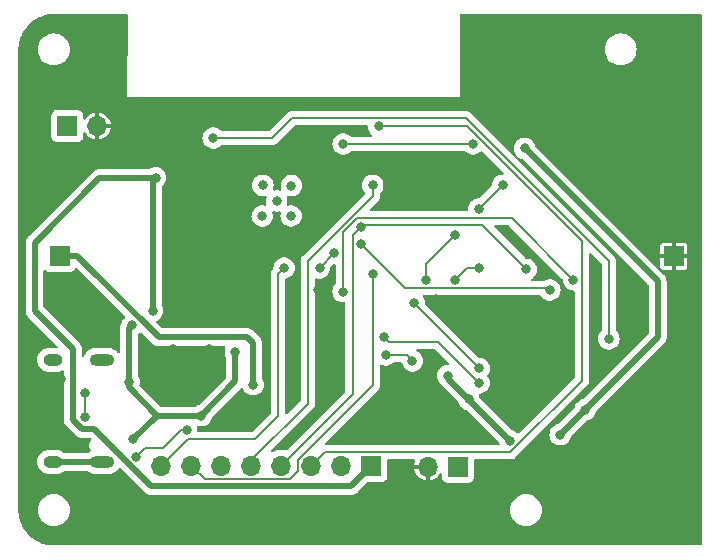
<source format=gbl>
G04 #@! TF.GenerationSoftware,KiCad,Pcbnew,(7.0.0-0)*
G04 #@! TF.CreationDate,2023-03-01T12:49:35+00:00*
G04 #@! TF.ProjectId,winch-link,77696e63-682d-46c6-996e-6b2e6b696361,rev?*
G04 #@! TF.SameCoordinates,Original*
G04 #@! TF.FileFunction,Copper,L2,Bot*
G04 #@! TF.FilePolarity,Positive*
%FSLAX46Y46*%
G04 Gerber Fmt 4.6, Leading zero omitted, Abs format (unit mm)*
G04 Created by KiCad (PCBNEW (7.0.0-0)) date 2023-03-01 12:49:35*
%MOMM*%
%LPD*%
G01*
G04 APERTURE LIST*
G04 #@! TA.AperFunction,ComponentPad*
%ADD10R,1.700000X1.700000*%
G04 #@! TD*
G04 #@! TA.AperFunction,ComponentPad*
%ADD11O,1.700000X1.700000*%
G04 #@! TD*
G04 #@! TA.AperFunction,ComponentPad*
%ADD12C,0.800000*%
G04 #@! TD*
G04 #@! TA.AperFunction,ComponentPad*
%ADD13O,2.100000X1.000000*%
G04 #@! TD*
G04 #@! TA.AperFunction,ComponentPad*
%ADD14O,1.600000X1.000000*%
G04 #@! TD*
G04 #@! TA.AperFunction,ViaPad*
%ADD15C,0.800000*%
G04 #@! TD*
G04 #@! TA.AperFunction,Conductor*
%ADD16C,0.200000*%
G04 #@! TD*
G04 #@! TA.AperFunction,Conductor*
%ADD17C,0.500000*%
G04 #@! TD*
G04 APERTURE END LIST*
D10*
X162878679Y-102878679D03*
X110878679Y-102878679D03*
X144590710Y-120716920D03*
D11*
X142050710Y-120716920D03*
D12*
X128032116Y-99490863D03*
X128070405Y-96886446D03*
X129250000Y-98210000D03*
X130471675Y-99478157D03*
X130497087Y-96911539D03*
D10*
X111514284Y-91853679D03*
D11*
X114054284Y-91853679D03*
D13*
X114463679Y-111665516D03*
D14*
X110283679Y-111665516D03*
D13*
X114463679Y-120305516D03*
D14*
X110283679Y-120305516D03*
D10*
X137253679Y-120636052D03*
D11*
X134713679Y-120636052D03*
X132173679Y-120636052D03*
X129633679Y-120636052D03*
X127093679Y-120636052D03*
X124553679Y-120636052D03*
X122013679Y-120636052D03*
X119473679Y-120636052D03*
D15*
X152378680Y-105750000D03*
X136378680Y-101878680D03*
X137878680Y-91878680D03*
X136378680Y-100378680D03*
X150378680Y-104000000D03*
X137378680Y-96878680D03*
X134878680Y-105878680D03*
X154378680Y-104878680D03*
X134878680Y-93378680D03*
X145878680Y-93378680D03*
X148378680Y-96878680D03*
X146378680Y-103878680D03*
X146378680Y-98878680D03*
X144378680Y-104878680D03*
X150250000Y-93750000D03*
X143750000Y-113000000D03*
X149000000Y-118500000D03*
X145500000Y-115000000D03*
X118750000Y-107500000D03*
X155375000Y-115875000D03*
X153250000Y-118000000D03*
X119000000Y-96250000D03*
X117128680Y-118378680D03*
X117024312Y-108725688D03*
X140750000Y-111750000D03*
X125750000Y-111000000D03*
X116750000Y-113535517D03*
X138500000Y-111250000D03*
X122858680Y-116378680D03*
X134000000Y-111250000D03*
X114500000Y-110000000D03*
X161250000Y-99250000D03*
X139000000Y-124000000D03*
X154000000Y-94500000D03*
X120250000Y-113250000D03*
X158250000Y-97250000D03*
X130750000Y-113250000D03*
X142750000Y-106500000D03*
X148350012Y-115609678D03*
X152500000Y-112500000D03*
X161250000Y-97000000D03*
X123500000Y-110750000D03*
X108750000Y-95750000D03*
X108750000Y-98500000D03*
X108500000Y-117750000D03*
X120750000Y-124000000D03*
X148500000Y-121000000D03*
X132750000Y-105750000D03*
X136500000Y-117000000D03*
X135250000Y-123750000D03*
X122750000Y-124000000D03*
X155500000Y-119250000D03*
X158250000Y-99250000D03*
X144000000Y-117250000D03*
X139000000Y-125750000D03*
X108500000Y-114000000D03*
X152500000Y-120750000D03*
X116250000Y-94750000D03*
X110750000Y-106500000D03*
X120500000Y-110750000D03*
X120500000Y-126000000D03*
X161250000Y-94500000D03*
X108750000Y-92500000D03*
X142750000Y-111500000D03*
X112500000Y-108500000D03*
X130750000Y-111500000D03*
X155500000Y-96250000D03*
X158250000Y-94500000D03*
X111000000Y-113250000D03*
X127250000Y-115500000D03*
X108500000Y-109750000D03*
X151500000Y-115250000D03*
X122750000Y-126000000D03*
X156250000Y-94500000D03*
X135250000Y-125500000D03*
X127250000Y-113750000D03*
X157378680Y-109878680D03*
X123878680Y-92878680D03*
X144378680Y-101078180D03*
X141878680Y-104879180D03*
X113000000Y-114500000D03*
X113000000Y-116500000D03*
X121628680Y-117628680D03*
X117378680Y-119878680D03*
X146378680Y-112378680D03*
X140878680Y-106878680D03*
X137378680Y-104378680D03*
X132878680Y-103878680D03*
X129878680Y-103878680D03*
X134123302Y-102634058D03*
X146378680Y-113628680D03*
X138378680Y-109750000D03*
D16*
X152378680Y-105750000D02*
X152207360Y-105578680D01*
X140078680Y-105578680D02*
X136378680Y-101878680D01*
X152207360Y-105578680D02*
X140078680Y-105578680D01*
X149021307Y-119486053D02*
X155078680Y-113428680D01*
X155078680Y-101578680D02*
X145378680Y-91878680D01*
X155078680Y-113428680D02*
X155078680Y-101578680D01*
X133323680Y-119486053D02*
X149021307Y-119486053D01*
X145378680Y-91878680D02*
X137878680Y-91878680D01*
X132173680Y-120636053D02*
X133323680Y-119486053D01*
X146628680Y-100250000D02*
X136507360Y-100250000D01*
X129633680Y-120636053D02*
X135678680Y-114591053D01*
X136507360Y-100250000D02*
X136378680Y-100378680D01*
X135678680Y-114591053D02*
X135678680Y-101078680D01*
X150378680Y-104000000D02*
X146628680Y-100250000D01*
X135678680Y-101078680D02*
X136378680Y-100378680D01*
X131878680Y-115378680D02*
X131878680Y-103312995D01*
X127093680Y-120636053D02*
X127093680Y-120163680D01*
X127093680Y-120163680D02*
X131878680Y-115378680D01*
X131878680Y-103312995D02*
X137378680Y-97812995D01*
X137378680Y-97812995D02*
X137378680Y-96878680D01*
X136078680Y-99678680D02*
X134878680Y-100878680D01*
X134878680Y-100878680D02*
X134878680Y-105878680D01*
X149178680Y-99678680D02*
X136078680Y-99678680D01*
X154378680Y-104878680D02*
X149178680Y-99678680D01*
X145878680Y-93378680D02*
X134878680Y-93378680D01*
X144378680Y-104878680D02*
X145378680Y-103878680D01*
X146378680Y-98878680D02*
X148378680Y-96878680D01*
X145378680Y-103878680D02*
X146378680Y-103878680D01*
D17*
X112000000Y-116750000D02*
X112000000Y-110735694D01*
X118750000Y-107500000D02*
X118750000Y-96500000D01*
X143750000Y-113250000D02*
X149000000Y-118500000D01*
X112750000Y-117500000D02*
X112000000Y-116750000D01*
X137253680Y-120636053D02*
X135553680Y-122336053D01*
X118633971Y-122336053D02*
X113797918Y-117500000D01*
X143750000Y-113000000D02*
X143750000Y-113250000D01*
X112000000Y-110735694D02*
X108750000Y-107485694D01*
X108750000Y-107485694D02*
X108750000Y-101750000D01*
X135553680Y-122336053D02*
X118633971Y-122336053D01*
X113797918Y-117500000D02*
X112750000Y-117500000D01*
X161500000Y-109750000D02*
X153250000Y-118000000D01*
X150250000Y-93750000D02*
X161500000Y-105000000D01*
X108750000Y-101750000D02*
X114250000Y-96250000D01*
X114250000Y-96250000D02*
X119000000Y-96250000D01*
X161500000Y-105000000D02*
X161500000Y-109750000D01*
X118750000Y-96500000D02*
X119000000Y-96250000D01*
D16*
X140250000Y-111250000D02*
X140750000Y-111750000D01*
X138500000Y-111250000D02*
X140250000Y-111250000D01*
D17*
X116750000Y-114000000D02*
X119128680Y-116378680D01*
X117128680Y-118378680D02*
X119128680Y-116378680D01*
X116750000Y-113535517D02*
X116750000Y-114000000D01*
X117024312Y-108725688D02*
X116750000Y-109000000D01*
X119128680Y-116378680D02*
X122858680Y-116378680D01*
X122858680Y-116378680D02*
X125750000Y-113487360D01*
X125750000Y-113487360D02*
X125750000Y-111000000D01*
X116750000Y-109000000D02*
X116750000Y-113535517D01*
X126750000Y-109750000D02*
X119250000Y-109750000D01*
X127250000Y-113750000D02*
X127250000Y-110250000D01*
X119250000Y-109750000D02*
X112378680Y-102878680D01*
X127250000Y-110250000D02*
X126750000Y-109750000D01*
X112378680Y-102878680D02*
X110878680Y-102878680D01*
D16*
X145244365Y-91178680D02*
X157378680Y-103312995D01*
X123878680Y-92878680D02*
X128878680Y-92878680D01*
X128878680Y-92878680D02*
X130578680Y-91178680D01*
X130578680Y-91178680D02*
X145244365Y-91178680D01*
X157378680Y-103312995D02*
X157378680Y-109878680D01*
D17*
X114463680Y-120305517D02*
X110283680Y-120305517D01*
D16*
X141878680Y-104879180D02*
X141878680Y-103578180D01*
X141878680Y-103578180D02*
X144378680Y-101078180D01*
X113000000Y-114500000D02*
X113000000Y-116500000D01*
X118128680Y-119128680D02*
X119628680Y-119128680D01*
X119628680Y-119128680D02*
X121128680Y-117628680D01*
X121128680Y-117628680D02*
X121628680Y-117628680D01*
X117378680Y-119878680D02*
X118128680Y-119128680D01*
X140878680Y-106878680D02*
X146378680Y-112378680D01*
X131023680Y-120159707D02*
X137378680Y-113804707D01*
X130350026Y-121786053D02*
X131023680Y-121112399D01*
X131023680Y-121112399D02*
X131023680Y-120159707D01*
X122013680Y-120636053D02*
X123163680Y-121786053D01*
X123163680Y-121786053D02*
X130350026Y-121786053D01*
X137378680Y-113804707D02*
X137378680Y-104378680D01*
X129378680Y-116378680D02*
X127378680Y-118378680D01*
X121731053Y-118378680D02*
X119473680Y-120636053D01*
X129878680Y-103878680D02*
X129378680Y-104378680D01*
X129378680Y-104378680D02*
X129378680Y-116378680D01*
X134123302Y-102634058D02*
X132878680Y-103878680D01*
X127378680Y-118378680D02*
X121731053Y-118378680D01*
X138378680Y-109750000D02*
X138757360Y-110128680D01*
X138757360Y-110128680D02*
X142878680Y-110128680D01*
X142878680Y-110128680D02*
X146378680Y-113628680D01*
G04 #@! TA.AperFunction,Conductor*
G36*
X134220680Y-103555821D02*
G01*
X134256917Y-103592058D01*
X134270180Y-103641558D01*
X134270180Y-105158754D01*
X134263604Y-105194232D01*
X134244751Y-105224998D01*
X134143112Y-105337879D01*
X134143108Y-105337883D01*
X134139640Y-105341736D01*
X134137050Y-105346220D01*
X134137044Y-105346230D01*
X134046747Y-105502630D01*
X134046744Y-105502634D01*
X134044153Y-105507124D01*
X134042554Y-105512044D01*
X134042550Y-105512054D01*
X133986740Y-105683820D01*
X133986739Y-105683824D01*
X133985138Y-105688752D01*
X133984596Y-105693901D01*
X133984595Y-105693910D01*
X133973399Y-105800443D01*
X133965176Y-105878680D01*
X133965718Y-105883837D01*
X133984595Y-106063449D01*
X133984596Y-106063456D01*
X133985138Y-106068608D01*
X133986739Y-106073537D01*
X133986740Y-106073539D01*
X134042550Y-106245305D01*
X134042552Y-106245311D01*
X134044153Y-106250236D01*
X134046746Y-106254728D01*
X134046747Y-106254729D01*
X134137044Y-106411129D01*
X134137047Y-106411134D01*
X134139640Y-106415624D01*
X134267427Y-106557546D01*
X134271617Y-106560590D01*
X134271619Y-106560592D01*
X134398758Y-106652964D01*
X134421928Y-106669798D01*
X134596392Y-106747474D01*
X134783193Y-106787180D01*
X134788382Y-106787180D01*
X134971180Y-106787180D01*
X135020680Y-106800443D01*
X135056917Y-106836680D01*
X135070180Y-106886180D01*
X135070180Y-114297996D01*
X135062644Y-114335882D01*
X135041184Y-114368000D01*
X130106004Y-119303178D01*
X130058314Y-119329626D01*
X130003855Y-119326810D01*
X129992561Y-119322932D01*
X129972182Y-119315936D01*
X129972176Y-119315934D01*
X129968315Y-119314609D01*
X129964285Y-119313936D01*
X129964283Y-119313936D01*
X129750285Y-119278226D01*
X129750279Y-119278225D01*
X129746249Y-119277553D01*
X129521111Y-119277553D01*
X129517081Y-119278225D01*
X129517074Y-119278226D01*
X129303076Y-119313936D01*
X129303071Y-119313937D01*
X129299045Y-119314609D01*
X129295186Y-119315933D01*
X129295177Y-119315936D01*
X129089979Y-119386381D01*
X129089974Y-119386382D01*
X129086106Y-119387711D01*
X129082514Y-119389654D01*
X129082500Y-119389661D01*
X128908012Y-119484089D01*
X128853534Y-119495747D01*
X128801387Y-119476140D01*
X128768084Y-119431478D01*
X128764172Y-119375904D01*
X128790888Y-119327019D01*
X132276176Y-115841731D01*
X132285897Y-115833207D01*
X132312667Y-115812667D01*
X132337154Y-115780754D01*
X132337158Y-115780751D01*
X132410204Y-115685556D01*
X132471518Y-115537531D01*
X132476005Y-115503444D01*
X132487180Y-115418565D01*
X132487180Y-115418560D01*
X132492430Y-115378680D01*
X132488026Y-115345233D01*
X132487180Y-115332313D01*
X132487180Y-104846515D01*
X132504105Y-104791155D01*
X132549094Y-104754724D01*
X132606761Y-104749678D01*
X132783193Y-104787180D01*
X132968978Y-104787180D01*
X132974167Y-104787180D01*
X133160968Y-104747474D01*
X133335432Y-104669798D01*
X133489933Y-104557546D01*
X133617720Y-104415624D01*
X133713207Y-104250236D01*
X133772222Y-104068608D01*
X133792184Y-103878680D01*
X133791642Y-103873523D01*
X133791642Y-103868331D01*
X133793200Y-103868331D01*
X133797214Y-103834341D01*
X133820536Y-103797372D01*
X134046354Y-103571554D01*
X134078473Y-103550094D01*
X134116358Y-103542558D01*
X134171180Y-103542558D01*
X134220680Y-103555821D01*
G37*
G04 #@! TD.AperFunction*
G04 #@! TA.AperFunction,Conductor*
G36*
X142623509Y-110744716D02*
G01*
X142655627Y-110766176D01*
X143811947Y-111922496D01*
X143839041Y-111973186D01*
X143833407Y-112030386D01*
X143796944Y-112074815D01*
X143741943Y-112091500D01*
X143654513Y-112091500D01*
X143649444Y-112092577D01*
X143649438Y-112092578D01*
X143472783Y-112130128D01*
X143472781Y-112130128D01*
X143467712Y-112131206D01*
X143462978Y-112133313D01*
X143462974Y-112133315D01*
X143297981Y-112206774D01*
X143297975Y-112206777D01*
X143293248Y-112208882D01*
X143289063Y-112211922D01*
X143289057Y-112211926D01*
X143142939Y-112318087D01*
X143142931Y-112318093D01*
X143138747Y-112321134D01*
X143135280Y-112324983D01*
X143135277Y-112324987D01*
X143014432Y-112459199D01*
X143014428Y-112459203D01*
X143010960Y-112463056D01*
X143008370Y-112467540D01*
X143008364Y-112467550D01*
X142918067Y-112623950D01*
X142918064Y-112623954D01*
X142915473Y-112628444D01*
X142913874Y-112633364D01*
X142913870Y-112633374D01*
X142858060Y-112805140D01*
X142858059Y-112805144D01*
X142856458Y-112810072D01*
X142855916Y-112815221D01*
X142855915Y-112815230D01*
X142837038Y-112994843D01*
X142836496Y-113000000D01*
X142837038Y-113005157D01*
X142855915Y-113184769D01*
X142855916Y-113184776D01*
X142856458Y-113189928D01*
X142858059Y-113194857D01*
X142858060Y-113194859D01*
X142913870Y-113366625D01*
X142913872Y-113366631D01*
X142915473Y-113371556D01*
X142918066Y-113376048D01*
X142918067Y-113376049D01*
X143008364Y-113532449D01*
X143008367Y-113532454D01*
X143010960Y-113536944D01*
X143079821Y-113613422D01*
X143088958Y-113625259D01*
X143109437Y-113656395D01*
X143110985Y-113658825D01*
X143143738Y-113711926D01*
X143150970Y-113723651D01*
X143155043Y-113727724D01*
X143158390Y-113731957D01*
X143161832Y-113736059D01*
X143164999Y-113740874D01*
X143169190Y-113744828D01*
X143220420Y-113793161D01*
X143222486Y-113795167D01*
X144584458Y-115157139D01*
X144608608Y-115196550D01*
X144663867Y-115366616D01*
X144663870Y-115366623D01*
X144665473Y-115371556D01*
X144668066Y-115376048D01*
X144668067Y-115376049D01*
X144758364Y-115532449D01*
X144758367Y-115532454D01*
X144760960Y-115536944D01*
X144888747Y-115678866D01*
X144892937Y-115681910D01*
X144892939Y-115681912D01*
X145020078Y-115774284D01*
X145043248Y-115791118D01*
X145217712Y-115868794D01*
X145288590Y-115883859D01*
X145338011Y-115910692D01*
X148084458Y-118657139D01*
X148108608Y-118696549D01*
X148125313Y-118747959D01*
X148128940Y-118794039D01*
X148111252Y-118836743D01*
X148076104Y-118866762D01*
X148031159Y-118877553D01*
X133405390Y-118877553D01*
X133350389Y-118860868D01*
X133313926Y-118816439D01*
X133308292Y-118759239D01*
X133335386Y-118708549D01*
X135549092Y-116494843D01*
X137776176Y-114267758D01*
X137785897Y-114259234D01*
X137812667Y-114238694D01*
X137837154Y-114206781D01*
X137837157Y-114206779D01*
X137910204Y-114111583D01*
X137951298Y-114012372D01*
X137971518Y-113963557D01*
X137987180Y-113844592D01*
X137987180Y-113844585D01*
X137992430Y-113804707D01*
X137988026Y-113771260D01*
X137987180Y-113758340D01*
X137987180Y-112168601D01*
X137999177Y-112121362D01*
X138032261Y-112085573D01*
X138078413Y-112069906D01*
X138126445Y-112078159D01*
X138217712Y-112118794D01*
X138404513Y-112158500D01*
X138590298Y-112158500D01*
X138595487Y-112158500D01*
X138782288Y-112118794D01*
X138956752Y-112041118D01*
X139111253Y-111928866D01*
X139145119Y-111891253D01*
X139178421Y-111867059D01*
X139218688Y-111858500D01*
X139759535Y-111858500D01*
X139802933Y-111868519D01*
X139837547Y-111896548D01*
X139856074Y-111936279D01*
X139856458Y-111939928D01*
X139858056Y-111944848D01*
X139858058Y-111944854D01*
X139913870Y-112116625D01*
X139913872Y-112116631D01*
X139915473Y-112121556D01*
X139918066Y-112126048D01*
X139918067Y-112126049D01*
X140008364Y-112282449D01*
X140008367Y-112282454D01*
X140010960Y-112286944D01*
X140138747Y-112428866D01*
X140142937Y-112431910D01*
X140142939Y-112431912D01*
X140247819Y-112508112D01*
X140293248Y-112541118D01*
X140467712Y-112618794D01*
X140654513Y-112658500D01*
X140840298Y-112658500D01*
X140845487Y-112658500D01*
X141032288Y-112618794D01*
X141206752Y-112541118D01*
X141361253Y-112428866D01*
X141489040Y-112286944D01*
X141584527Y-112121556D01*
X141643542Y-111939928D01*
X141663504Y-111750000D01*
X141643542Y-111560072D01*
X141584527Y-111378444D01*
X141489040Y-111213056D01*
X141361253Y-111071134D01*
X141357063Y-111068090D01*
X141357060Y-111068087D01*
X141210942Y-110961926D01*
X141210940Y-110961925D01*
X141206752Y-110958882D01*
X141202020Y-110956775D01*
X141202018Y-110956774D01*
X141134292Y-110926621D01*
X141093265Y-110892681D01*
X141075754Y-110842396D01*
X141086825Y-110790314D01*
X141123274Y-110751499D01*
X141174559Y-110737180D01*
X142585623Y-110737180D01*
X142623509Y-110744716D01*
G37*
G04 #@! TD.AperFunction*
G04 #@! TA.AperFunction,Conductor*
G36*
X148923509Y-100294716D02*
G01*
X148955627Y-100316176D01*
X153436822Y-104797371D01*
X153460128Y-104834295D01*
X153464175Y-104868333D01*
X153465718Y-104868333D01*
X153465718Y-104873523D01*
X153465176Y-104878680D01*
X153465718Y-104883837D01*
X153484595Y-105063449D01*
X153484596Y-105063456D01*
X153485138Y-105068608D01*
X153486739Y-105073537D01*
X153486740Y-105073539D01*
X153542550Y-105245305D01*
X153542552Y-105245311D01*
X153544153Y-105250236D01*
X153546746Y-105254728D01*
X153546747Y-105254729D01*
X153637044Y-105411129D01*
X153637047Y-105411134D01*
X153639640Y-105415624D01*
X153767427Y-105557546D01*
X153921928Y-105669798D01*
X154096392Y-105747474D01*
X154283193Y-105787180D01*
X154371180Y-105787180D01*
X154420680Y-105800443D01*
X154456917Y-105836680D01*
X154470180Y-105886180D01*
X154470180Y-113135623D01*
X154462644Y-113173509D01*
X154441184Y-113205627D01*
X149786614Y-117860195D01*
X149740561Y-117886250D01*
X149687666Y-117884865D01*
X149643040Y-117856436D01*
X149614723Y-117824988D01*
X149611253Y-117821134D01*
X149607063Y-117818090D01*
X149607060Y-117818087D01*
X149460942Y-117711926D01*
X149460940Y-117711925D01*
X149456752Y-117708882D01*
X149452020Y-117706775D01*
X149452018Y-117706774D01*
X149318988Y-117647545D01*
X149282288Y-117631206D01*
X149277215Y-117630127D01*
X149277213Y-117630127D01*
X149211407Y-117616139D01*
X149161988Y-117589307D01*
X146415541Y-114842860D01*
X146391390Y-114803449D01*
X146346981Y-114666773D01*
X146343355Y-114620693D01*
X146361043Y-114577989D01*
X146396191Y-114547970D01*
X146441136Y-114537180D01*
X146468978Y-114537180D01*
X146474167Y-114537180D01*
X146660968Y-114497474D01*
X146835432Y-114419798D01*
X146989933Y-114307546D01*
X147117720Y-114165624D01*
X147213207Y-114000236D01*
X147272222Y-113818608D01*
X147292184Y-113628680D01*
X147291096Y-113618333D01*
X147272764Y-113443910D01*
X147272222Y-113438752D01*
X147213207Y-113257124D01*
X147117720Y-113091736D01*
X147098078Y-113069921D01*
X147075592Y-113027631D01*
X147075592Y-112979729D01*
X147098078Y-112937438D01*
X147117720Y-112915624D01*
X147213207Y-112750236D01*
X147272222Y-112568608D01*
X147292184Y-112378680D01*
X147272222Y-112188752D01*
X147213207Y-112007124D01*
X147164347Y-111922496D01*
X147120315Y-111846230D01*
X147120313Y-111846227D01*
X147117720Y-111841736D01*
X146989933Y-111699814D01*
X146985743Y-111696770D01*
X146985740Y-111696767D01*
X146839622Y-111590606D01*
X146839620Y-111590605D01*
X146835432Y-111587562D01*
X146830700Y-111585455D01*
X146830698Y-111585454D01*
X146665705Y-111511995D01*
X146665704Y-111511994D01*
X146660968Y-111509886D01*
X146629032Y-111503097D01*
X146479241Y-111471258D01*
X146479236Y-111471257D01*
X146474167Y-111470180D01*
X146468978Y-111470180D01*
X146371737Y-111470180D01*
X146333851Y-111462644D01*
X146301733Y-111441184D01*
X141820537Y-106959988D01*
X141797207Y-106922996D01*
X141793206Y-106889030D01*
X141791642Y-106889030D01*
X141791642Y-106883836D01*
X141792184Y-106878680D01*
X141772222Y-106688752D01*
X141713207Y-106507124D01*
X141617720Y-106341736D01*
X141617944Y-106341606D01*
X141600361Y-106293948D01*
X141610846Y-106241235D01*
X141647329Y-106201769D01*
X141699056Y-106187180D01*
X151524884Y-106187180D01*
X151574384Y-106200443D01*
X151610620Y-106236680D01*
X151637044Y-106282449D01*
X151637047Y-106282454D01*
X151639640Y-106286944D01*
X151767427Y-106428866D01*
X151921928Y-106541118D01*
X152096392Y-106618794D01*
X152283193Y-106658500D01*
X152468978Y-106658500D01*
X152474167Y-106658500D01*
X152660968Y-106618794D01*
X152835432Y-106541118D01*
X152989933Y-106428866D01*
X153117720Y-106286944D01*
X153213207Y-106121556D01*
X153272222Y-105939928D01*
X153292184Y-105750000D01*
X153272222Y-105560072D01*
X153213207Y-105378444D01*
X153117720Y-105213056D01*
X152989933Y-105071134D01*
X152985743Y-105068090D01*
X152985740Y-105068087D01*
X152839622Y-104961926D01*
X152839620Y-104961925D01*
X152835432Y-104958882D01*
X152830700Y-104956775D01*
X152830698Y-104956774D01*
X152665705Y-104883315D01*
X152665704Y-104883314D01*
X152660968Y-104881206D01*
X152613800Y-104871180D01*
X152479241Y-104842578D01*
X152479236Y-104842577D01*
X152474167Y-104841500D01*
X152283193Y-104841500D01*
X152278124Y-104842577D01*
X152278118Y-104842578D01*
X152101463Y-104880128D01*
X152101461Y-104880128D01*
X152096392Y-104881206D01*
X152091658Y-104883313D01*
X152091654Y-104883315D01*
X151926668Y-104956771D01*
X151926663Y-104956773D01*
X151926237Y-104956963D01*
X151926231Y-104956965D01*
X151921928Y-104958882D01*
X151921624Y-104958200D01*
X151876917Y-104970180D01*
X150893666Y-104970180D01*
X150835475Y-104951273D01*
X150799511Y-104901773D01*
X150799511Y-104840588D01*
X150835475Y-104791087D01*
X150930475Y-104722065D01*
X150989933Y-104678866D01*
X151117720Y-104536944D01*
X151213207Y-104371556D01*
X151272222Y-104189928D01*
X151292184Y-104000000D01*
X151291096Y-103989653D01*
X151288199Y-103962087D01*
X151272222Y-103810072D01*
X151213207Y-103628444D01*
X151146009Y-103512054D01*
X151120315Y-103467550D01*
X151120313Y-103467547D01*
X151117720Y-103463056D01*
X150989933Y-103321134D01*
X150985743Y-103318090D01*
X150985740Y-103318087D01*
X150839622Y-103211926D01*
X150839620Y-103211925D01*
X150835432Y-103208882D01*
X150830700Y-103206775D01*
X150830698Y-103206774D01*
X150665705Y-103133315D01*
X150665704Y-103133314D01*
X150660968Y-103131206D01*
X150625439Y-103123654D01*
X150479241Y-103092578D01*
X150479236Y-103092577D01*
X150474167Y-103091500D01*
X150468978Y-103091500D01*
X150371737Y-103091500D01*
X150333851Y-103083964D01*
X150301733Y-103062504D01*
X147695413Y-100456184D01*
X147668319Y-100405494D01*
X147673953Y-100348294D01*
X147710416Y-100303865D01*
X147765417Y-100287180D01*
X148885623Y-100287180D01*
X148923509Y-100294716D01*
G37*
G04 #@! TD.AperFunction*
G04 #@! TA.AperFunction,Conductor*
G36*
X117802343Y-109375024D02*
G01*
X118669488Y-110242169D01*
X118678894Y-110253054D01*
X118691087Y-110269433D01*
X118691090Y-110269437D01*
X118694531Y-110274058D01*
X118726700Y-110301051D01*
X118733765Y-110306979D01*
X118740133Y-110312814D01*
X118744900Y-110317581D01*
X118769786Y-110337258D01*
X118771969Y-110339036D01*
X118830360Y-110388032D01*
X118835514Y-110390620D01*
X118839994Y-110393567D01*
X118844570Y-110396389D01*
X118849095Y-110399967D01*
X118918196Y-110432189D01*
X118920698Y-110433400D01*
X118988812Y-110467609D01*
X118994419Y-110468937D01*
X118999481Y-110470780D01*
X119004566Y-110472465D01*
X119009794Y-110474903D01*
X119066599Y-110486632D01*
X119084450Y-110490318D01*
X119087263Y-110490942D01*
X119161344Y-110508500D01*
X119167112Y-110508500D01*
X119172502Y-110509130D01*
X119177795Y-110509593D01*
X119183442Y-110510759D01*
X119259636Y-110508542D01*
X119262516Y-110508500D01*
X124818183Y-110508500D01*
X124863128Y-110519290D01*
X124898276Y-110549309D01*
X124915964Y-110592013D01*
X124912337Y-110638093D01*
X124858062Y-110805131D01*
X124858059Y-110805143D01*
X124856458Y-110810072D01*
X124855916Y-110815221D01*
X124855915Y-110815230D01*
X124840498Y-110961926D01*
X124836496Y-111000000D01*
X124837038Y-111005157D01*
X124855915Y-111184769D01*
X124855916Y-111184776D01*
X124856458Y-111189928D01*
X124858059Y-111194857D01*
X124858060Y-111194859D01*
X124913870Y-111366625D01*
X124913872Y-111366631D01*
X124915473Y-111371556D01*
X124944574Y-111421961D01*
X124978236Y-111480264D01*
X124991500Y-111529764D01*
X124991500Y-113132171D01*
X124983964Y-113170057D01*
X124962504Y-113202175D01*
X122696690Y-115467987D01*
X122647271Y-115494819D01*
X122581467Y-115508807D01*
X122581465Y-115508807D01*
X122576392Y-115509886D01*
X122571655Y-115511994D01*
X122571652Y-115511996D01*
X122406661Y-115585454D01*
X122406655Y-115585457D01*
X122401928Y-115587562D01*
X122397742Y-115590602D01*
X122397732Y-115590609D01*
X122383055Y-115601273D01*
X122324865Y-115620180D01*
X119483869Y-115620180D01*
X119445983Y-115612644D01*
X119413865Y-115591184D01*
X117663040Y-113840359D01*
X117636779Y-113793466D01*
X117638890Y-113739762D01*
X117643542Y-113725445D01*
X117663504Y-113535517D01*
X117643542Y-113345589D01*
X117584527Y-113163961D01*
X117521763Y-113055252D01*
X117508500Y-113005753D01*
X117508500Y-109547316D01*
X117519290Y-109502371D01*
X117549309Y-109467223D01*
X117596829Y-109432697D01*
X117635565Y-109404554D01*
X117658767Y-109378784D01*
X117703394Y-109350354D01*
X117756289Y-109348969D01*
X117802343Y-109375024D01*
G37*
G04 #@! TD.AperFunction*
G04 #@! TA.AperFunction,Conductor*
G36*
X112306864Y-103896672D02*
G01*
X112348977Y-103921658D01*
X116375568Y-107948249D01*
X116400729Y-107990965D01*
X116402027Y-108040523D01*
X116379136Y-108084496D01*
X116288744Y-108184887D01*
X116288740Y-108184891D01*
X116285272Y-108188744D01*
X116282682Y-108193228D01*
X116282676Y-108193238D01*
X116192379Y-108349638D01*
X116192376Y-108349642D01*
X116189785Y-108354132D01*
X116188186Y-108359052D01*
X116188182Y-108359062D01*
X116132372Y-108530826D01*
X116132369Y-108530836D01*
X116130770Y-108535760D01*
X116130227Y-108540919D01*
X116130055Y-108541732D01*
X116115931Y-108575550D01*
X116115666Y-108575951D01*
X116111968Y-108580360D01*
X116109387Y-108585497D01*
X116106438Y-108589981D01*
X116103600Y-108594581D01*
X116100033Y-108599094D01*
X116097601Y-108604308D01*
X116097598Y-108604314D01*
X116067820Y-108668171D01*
X116066567Y-108670759D01*
X116032391Y-108738812D01*
X116031061Y-108744420D01*
X116029209Y-108749510D01*
X116027530Y-108754574D01*
X116025097Y-108759794D01*
X116023933Y-108765430D01*
X116023929Y-108765443D01*
X116009681Y-108834443D01*
X116009059Y-108837250D01*
X115992829Y-108905732D01*
X115992827Y-108905740D01*
X115991500Y-108911344D01*
X115991500Y-108917104D01*
X115990867Y-108922520D01*
X115990404Y-108927806D01*
X115989241Y-108933442D01*
X115989408Y-108939196D01*
X115989408Y-108939202D01*
X115991458Y-109009637D01*
X115991500Y-109012516D01*
X115991500Y-110990599D01*
X115973441Y-111047604D01*
X115925852Y-111083812D01*
X115866095Y-111086013D01*
X115815972Y-111053404D01*
X115772144Y-111000000D01*
X115730248Y-110948949D01*
X115726483Y-110945859D01*
X115580441Y-110826005D01*
X115580439Y-110826003D01*
X115576684Y-110822922D01*
X115516874Y-110790953D01*
X115405776Y-110731570D01*
X115405775Y-110731569D01*
X115401484Y-110729276D01*
X115396829Y-110727864D01*
X115396827Y-110727863D01*
X115216037Y-110673021D01*
X115216033Y-110673020D01*
X115211381Y-110671609D01*
X115192994Y-110669798D01*
X115065657Y-110657256D01*
X115065650Y-110657255D01*
X115063227Y-110657017D01*
X113864133Y-110657017D01*
X113861710Y-110657255D01*
X113861702Y-110657256D01*
X113720821Y-110671132D01*
X113720819Y-110671132D01*
X113715979Y-110671609D01*
X113711328Y-110673019D01*
X113711322Y-110673021D01*
X113530532Y-110727863D01*
X113530526Y-110727865D01*
X113525876Y-110729276D01*
X113521588Y-110731567D01*
X113521583Y-110731570D01*
X113354963Y-110820630D01*
X113354958Y-110820632D01*
X113350676Y-110822922D01*
X113346925Y-110826000D01*
X113346918Y-110826005D01*
X113200876Y-110945859D01*
X113200870Y-110945864D01*
X113197112Y-110948949D01*
X113194027Y-110952707D01*
X113194022Y-110952713D01*
X113074168Y-111098755D01*
X113074163Y-111098762D01*
X113071085Y-111102513D01*
X113068795Y-111106795D01*
X113068793Y-111106800D01*
X112979733Y-111273420D01*
X112979730Y-111273425D01*
X112977439Y-111277713D01*
X112976028Y-111282363D01*
X112976026Y-111282369D01*
X112952237Y-111360793D01*
X112921795Y-111407335D01*
X112871064Y-111430121D01*
X112816053Y-111421961D01*
X112774120Y-111385430D01*
X112758500Y-111332055D01*
X112758500Y-110798168D01*
X112759545Y-110783819D01*
X112762129Y-110766176D01*
X112763341Y-110757905D01*
X112758877Y-110706882D01*
X112758500Y-110698253D01*
X112758500Y-110694391D01*
X112758500Y-110691514D01*
X112754817Y-110660017D01*
X112754526Y-110657160D01*
X112754513Y-110657017D01*
X112747887Y-110581267D01*
X112746071Y-110575789D01*
X112744983Y-110570518D01*
X112743747Y-110565305D01*
X112743079Y-110559581D01*
X112717007Y-110487949D01*
X112716070Y-110485251D01*
X112692114Y-110412956D01*
X112689082Y-110408040D01*
X112686805Y-110403158D01*
X112684409Y-110398387D01*
X112682435Y-110392962D01*
X112640556Y-110329289D01*
X112639008Y-110326859D01*
X112602056Y-110266949D01*
X112602055Y-110266948D01*
X112599030Y-110262043D01*
X112594953Y-110257966D01*
X112591617Y-110253747D01*
X112588171Y-110249640D01*
X112585001Y-110244820D01*
X112569534Y-110230228D01*
X112529578Y-110192531D01*
X112527512Y-110190525D01*
X109537496Y-107200509D01*
X109516036Y-107168391D01*
X109508500Y-107130505D01*
X109508500Y-104172251D01*
X109523274Y-104120223D01*
X109563186Y-104083723D01*
X109616324Y-104073645D01*
X109666828Y-104092997D01*
X109776807Y-104175326D01*
X109776810Y-104175328D01*
X109782476Y-104179569D01*
X109919479Y-104230669D01*
X109980042Y-104237180D01*
X111774671Y-104237180D01*
X111777318Y-104237180D01*
X111837881Y-104230669D01*
X111974884Y-104179569D01*
X112091941Y-104091941D01*
X112179569Y-103974884D01*
X112186214Y-103957066D01*
X112214141Y-103916843D01*
X112257929Y-103894925D01*
X112306864Y-103896672D01*
G37*
G04 #@! TD.AperFunction*
G04 #@! TA.AperFunction,Conductor*
G36*
X161485710Y-82374865D02*
G01*
X165151019Y-82375562D01*
X165200511Y-82388832D01*
X165236740Y-82425067D01*
X165250000Y-82474562D01*
X165250000Y-127279180D01*
X165236737Y-127328680D01*
X165200500Y-127364917D01*
X165151000Y-127378180D01*
X110381269Y-127378180D01*
X110376086Y-127378044D01*
X110245475Y-127371197D01*
X110245106Y-127371177D01*
X110063538Y-127360979D01*
X110053603Y-127359916D01*
X109903592Y-127336156D01*
X109902495Y-127335976D01*
X109742229Y-127308744D01*
X109733190Y-127306770D01*
X109582859Y-127266489D01*
X109581075Y-127265993D01*
X109428494Y-127222034D01*
X109420422Y-127219327D01*
X109273721Y-127163012D01*
X109271314Y-127162052D01*
X109126032Y-127101873D01*
X109118972Y-127098618D01*
X108978261Y-127026921D01*
X108975318Y-127025359D01*
X108838374Y-126949672D01*
X108832343Y-126946053D01*
X108699529Y-126859801D01*
X108696160Y-126857513D01*
X108568896Y-126767213D01*
X108563882Y-126763410D01*
X108440656Y-126663623D01*
X108436990Y-126660504D01*
X108320756Y-126556629D01*
X108316721Y-126552814D01*
X108204554Y-126440645D01*
X108200739Y-126436609D01*
X108096873Y-126320380D01*
X108093755Y-126316716D01*
X107993966Y-126193487D01*
X107990170Y-126188483D01*
X107899848Y-126061184D01*
X107897584Y-126057850D01*
X107811312Y-125925002D01*
X107807713Y-125919002D01*
X107732024Y-125782051D01*
X107730461Y-125779107D01*
X107711932Y-125742741D01*
X107658756Y-125638374D01*
X107655511Y-125631336D01*
X107595331Y-125486046D01*
X107594407Y-125483733D01*
X107538048Y-125336908D01*
X107535354Y-125328873D01*
X107491367Y-125176185D01*
X107490932Y-125174623D01*
X107450615Y-125024151D01*
X107448648Y-125015145D01*
X107421368Y-124854578D01*
X107421272Y-124853993D01*
X107397474Y-124703739D01*
X107396414Y-124693838D01*
X107386537Y-124518318D01*
X107379316Y-124380512D01*
X107379268Y-124378680D01*
X109023021Y-124378680D01*
X109023398Y-124382989D01*
X109043240Y-124609787D01*
X109043241Y-124609794D01*
X109043617Y-124614088D01*
X109044731Y-124618249D01*
X109044733Y-124618255D01*
X109103658Y-124838170D01*
X109103661Y-124838178D01*
X109104777Y-124842343D01*
X109106602Y-124846257D01*
X109106604Y-124846262D01*
X109202814Y-125052584D01*
X109202815Y-125052585D01*
X109204645Y-125056509D01*
X109207125Y-125060052D01*
X109207127Y-125060054D01*
X109337705Y-125246540D01*
X109337708Y-125246544D01*
X109340185Y-125250081D01*
X109507279Y-125417175D01*
X109700851Y-125552715D01*
X109704773Y-125554543D01*
X109704775Y-125554545D01*
X109862428Y-125628060D01*
X109915017Y-125652583D01*
X110143272Y-125713743D01*
X110319714Y-125729180D01*
X110435477Y-125729180D01*
X110437646Y-125729180D01*
X110614088Y-125713743D01*
X110842343Y-125652583D01*
X111056509Y-125552715D01*
X111250081Y-125417175D01*
X111417175Y-125250081D01*
X111552715Y-125056510D01*
X111652583Y-124842343D01*
X111713743Y-124614088D01*
X111734339Y-124378680D01*
X149023021Y-124378680D01*
X149023398Y-124382989D01*
X149043240Y-124609787D01*
X149043241Y-124609794D01*
X149043617Y-124614088D01*
X149044731Y-124618249D01*
X149044733Y-124618255D01*
X149103658Y-124838170D01*
X149103661Y-124838178D01*
X149104777Y-124842343D01*
X149106602Y-124846257D01*
X149106604Y-124846262D01*
X149202814Y-125052584D01*
X149202815Y-125052585D01*
X149204645Y-125056509D01*
X149207125Y-125060052D01*
X149207127Y-125060054D01*
X149337705Y-125246540D01*
X149337708Y-125246544D01*
X149340185Y-125250081D01*
X149507279Y-125417175D01*
X149700851Y-125552715D01*
X149704773Y-125554543D01*
X149704775Y-125554545D01*
X149862428Y-125628060D01*
X149915017Y-125652583D01*
X150143272Y-125713743D01*
X150319714Y-125729180D01*
X150435477Y-125729180D01*
X150437646Y-125729180D01*
X150614088Y-125713743D01*
X150842343Y-125652583D01*
X151056509Y-125552715D01*
X151250081Y-125417175D01*
X151417175Y-125250081D01*
X151552715Y-125056510D01*
X151652583Y-124842343D01*
X151713743Y-124614088D01*
X151734339Y-124378680D01*
X151713743Y-124143272D01*
X151652583Y-123915017D01*
X151552715Y-123700851D01*
X151417175Y-123507279D01*
X151250081Y-123340185D01*
X151246544Y-123337708D01*
X151246540Y-123337705D01*
X151060054Y-123207127D01*
X151060052Y-123207125D01*
X151056509Y-123204645D01*
X151052590Y-123202817D01*
X151052584Y-123202814D01*
X150846262Y-123106604D01*
X150846257Y-123106602D01*
X150842343Y-123104777D01*
X150838178Y-123103661D01*
X150838170Y-123103658D01*
X150618255Y-123044733D01*
X150618249Y-123044731D01*
X150614088Y-123043617D01*
X150609794Y-123043241D01*
X150609787Y-123043240D01*
X150439809Y-123028369D01*
X150439803Y-123028368D01*
X150437646Y-123028180D01*
X150319714Y-123028180D01*
X150317557Y-123028368D01*
X150317550Y-123028369D01*
X150147572Y-123043240D01*
X150147563Y-123043241D01*
X150143272Y-123043617D01*
X150139112Y-123044731D01*
X150139104Y-123044733D01*
X149919189Y-123103658D01*
X149919177Y-123103662D01*
X149915017Y-123104777D01*
X149911106Y-123106600D01*
X149911097Y-123106604D01*
X149704775Y-123202814D01*
X149704764Y-123202820D01*
X149700851Y-123204645D01*
X149697312Y-123207122D01*
X149697305Y-123207127D01*
X149510819Y-123337705D01*
X149510809Y-123337712D01*
X149507279Y-123340185D01*
X149504231Y-123343232D01*
X149504225Y-123343238D01*
X149343238Y-123504225D01*
X149343232Y-123504231D01*
X149340185Y-123507279D01*
X149337712Y-123510809D01*
X149337705Y-123510819D01*
X149207127Y-123697304D01*
X149207122Y-123697311D01*
X149204645Y-123700850D01*
X149202820Y-123704763D01*
X149202814Y-123704774D01*
X149106604Y-123911097D01*
X149106600Y-123911106D01*
X149104777Y-123915017D01*
X149103662Y-123919177D01*
X149103658Y-123919189D01*
X149044733Y-124139104D01*
X149044731Y-124139112D01*
X149043617Y-124143272D01*
X149043241Y-124147563D01*
X149043240Y-124147572D01*
X149023467Y-124373578D01*
X149023021Y-124378680D01*
X111734339Y-124378680D01*
X111713743Y-124143272D01*
X111652583Y-123915017D01*
X111552715Y-123700851D01*
X111417175Y-123507279D01*
X111250081Y-123340185D01*
X111246544Y-123337708D01*
X111246540Y-123337705D01*
X111060054Y-123207127D01*
X111060052Y-123207125D01*
X111056509Y-123204645D01*
X111052590Y-123202817D01*
X111052584Y-123202814D01*
X110846262Y-123106604D01*
X110846257Y-123106602D01*
X110842343Y-123104777D01*
X110838178Y-123103661D01*
X110838170Y-123103658D01*
X110618255Y-123044733D01*
X110618249Y-123044731D01*
X110614088Y-123043617D01*
X110609794Y-123043241D01*
X110609787Y-123043240D01*
X110439809Y-123028369D01*
X110439803Y-123028368D01*
X110437646Y-123028180D01*
X110319714Y-123028180D01*
X110317557Y-123028368D01*
X110317550Y-123028369D01*
X110147572Y-123043240D01*
X110147563Y-123043241D01*
X110143272Y-123043617D01*
X110139112Y-123044731D01*
X110139104Y-123044733D01*
X109919189Y-123103658D01*
X109919177Y-123103662D01*
X109915017Y-123104777D01*
X109911106Y-123106600D01*
X109911097Y-123106604D01*
X109704775Y-123202814D01*
X109704764Y-123202820D01*
X109700851Y-123204645D01*
X109697312Y-123207122D01*
X109697305Y-123207127D01*
X109510819Y-123337705D01*
X109510809Y-123337712D01*
X109507279Y-123340185D01*
X109504231Y-123343232D01*
X109504225Y-123343238D01*
X109343238Y-123504225D01*
X109343232Y-123504231D01*
X109340185Y-123507279D01*
X109337712Y-123510809D01*
X109337705Y-123510819D01*
X109207127Y-123697304D01*
X109207122Y-123697311D01*
X109204645Y-123700850D01*
X109202820Y-123704763D01*
X109202814Y-123704774D01*
X109106604Y-123911097D01*
X109106600Y-123911106D01*
X109104777Y-123915017D01*
X109103662Y-123919177D01*
X109103658Y-123919189D01*
X109044733Y-124139104D01*
X109044731Y-124139112D01*
X109043617Y-124143272D01*
X109043241Y-124147563D01*
X109043240Y-124147572D01*
X109023467Y-124373578D01*
X109023021Y-124378680D01*
X107379268Y-124378680D01*
X107379180Y-124375332D01*
X107379180Y-107463483D01*
X107986659Y-107463483D01*
X107987161Y-107469222D01*
X107987161Y-107469226D01*
X107991123Y-107514506D01*
X107991500Y-107523135D01*
X107991500Y-107529874D01*
X107991833Y-107532726D01*
X107991834Y-107532737D01*
X107995182Y-107561380D01*
X107995474Y-107564243D01*
X108001610Y-107634379D01*
X108001611Y-107634384D01*
X108002113Y-107640120D01*
X108003923Y-107645586D01*
X108005009Y-107650842D01*
X108006251Y-107656085D01*
X108006921Y-107661807D01*
X108008890Y-107667217D01*
X108008892Y-107667225D01*
X108032985Y-107733420D01*
X108033929Y-107736135D01*
X108057886Y-107808432D01*
X108060914Y-107813342D01*
X108063193Y-107818228D01*
X108065591Y-107823005D01*
X108067565Y-107828426D01*
X108070732Y-107833241D01*
X108070736Y-107833249D01*
X108109442Y-107892098D01*
X108110990Y-107894527D01*
X108150970Y-107959345D01*
X108155043Y-107963418D01*
X108158390Y-107967651D01*
X108161832Y-107971753D01*
X108164999Y-107976568D01*
X108169190Y-107980522D01*
X108220420Y-108028855D01*
X108222486Y-108030861D01*
X110679638Y-110488013D01*
X110706732Y-110538703D01*
X110701098Y-110595903D01*
X110664635Y-110640332D01*
X110609634Y-110657017D01*
X109934133Y-110657017D01*
X109931710Y-110657255D01*
X109931702Y-110657256D01*
X109790821Y-110671132D01*
X109790819Y-110671132D01*
X109785979Y-110671609D01*
X109781328Y-110673019D01*
X109781322Y-110673021D01*
X109600532Y-110727863D01*
X109600526Y-110727865D01*
X109595876Y-110729276D01*
X109591588Y-110731567D01*
X109591583Y-110731570D01*
X109424963Y-110820630D01*
X109424958Y-110820632D01*
X109420676Y-110822922D01*
X109416925Y-110826000D01*
X109416918Y-110826005D01*
X109270876Y-110945859D01*
X109270870Y-110945864D01*
X109267112Y-110948949D01*
X109264027Y-110952707D01*
X109264022Y-110952713D01*
X109144168Y-111098755D01*
X109144163Y-111098762D01*
X109141085Y-111102513D01*
X109138795Y-111106795D01*
X109138793Y-111106800D01*
X109049733Y-111273420D01*
X109049730Y-111273425D01*
X109047439Y-111277713D01*
X109046028Y-111282363D01*
X109046026Y-111282369D01*
X108991184Y-111463159D01*
X108991182Y-111463165D01*
X108989772Y-111467816D01*
X108989295Y-111472656D01*
X108989295Y-111472658D01*
X108980177Y-111565230D01*
X108970300Y-111665517D01*
X108989772Y-111863218D01*
X108991183Y-111867870D01*
X108991184Y-111867874D01*
X109043737Y-112041118D01*
X109047439Y-112053321D01*
X109049732Y-112057612D01*
X109049733Y-112057613D01*
X109103081Y-112157421D01*
X109141085Y-112228521D01*
X109144166Y-112232276D01*
X109144168Y-112232278D01*
X109260085Y-112373523D01*
X109267112Y-112382085D01*
X109420676Y-112508112D01*
X109595876Y-112601758D01*
X109785979Y-112659425D01*
X109934133Y-112674017D01*
X110630788Y-112674017D01*
X110633227Y-112674017D01*
X110781381Y-112659425D01*
X110971484Y-112601758D01*
X111095831Y-112535293D01*
X111144930Y-112523633D01*
X111193396Y-112537688D01*
X111228639Y-112573806D01*
X111241500Y-112622603D01*
X111241500Y-116687526D01*
X111240455Y-116701874D01*
X111236659Y-116727789D01*
X111237161Y-116733528D01*
X111237161Y-116733532D01*
X111241123Y-116778812D01*
X111241500Y-116787441D01*
X111241500Y-116794180D01*
X111241833Y-116797032D01*
X111241834Y-116797043D01*
X111245182Y-116825686D01*
X111245474Y-116828549D01*
X111251610Y-116898685D01*
X111251611Y-116898690D01*
X111252113Y-116904426D01*
X111253923Y-116909892D01*
X111255009Y-116915148D01*
X111256251Y-116920391D01*
X111256921Y-116926113D01*
X111258890Y-116931523D01*
X111258892Y-116931531D01*
X111282985Y-116997726D01*
X111283929Y-117000441D01*
X111307886Y-117072738D01*
X111310914Y-117077648D01*
X111313193Y-117082534D01*
X111315591Y-117087311D01*
X111317565Y-117092732D01*
X111320732Y-117097547D01*
X111320736Y-117097555D01*
X111359442Y-117156404D01*
X111360990Y-117158833D01*
X111393738Y-117211926D01*
X111400970Y-117223651D01*
X111405043Y-117227724D01*
X111408390Y-117231957D01*
X111411832Y-117236059D01*
X111414999Y-117240874D01*
X111464080Y-117287180D01*
X111470420Y-117293161D01*
X111472486Y-117295167D01*
X112169488Y-117992169D01*
X112178894Y-118003054D01*
X112191087Y-118019433D01*
X112191090Y-118019437D01*
X112194531Y-118024058D01*
X112233765Y-118056979D01*
X112240132Y-118062813D01*
X112244899Y-118067580D01*
X112247157Y-118069366D01*
X112247160Y-118069368D01*
X112269761Y-118087239D01*
X112271994Y-118089058D01*
X112325942Y-118134326D01*
X112325948Y-118134330D01*
X112330360Y-118138032D01*
X112335511Y-118140619D01*
X112340014Y-118143580D01*
X112344572Y-118146391D01*
X112349094Y-118149967D01*
X112354316Y-118152402D01*
X112354321Y-118152405D01*
X112418145Y-118182167D01*
X112420737Y-118183421D01*
X112488812Y-118217609D01*
X112494423Y-118218938D01*
X112499461Y-118220772D01*
X112504565Y-118222463D01*
X112509794Y-118224902D01*
X112573514Y-118238058D01*
X112584418Y-118240310D01*
X112587231Y-118240934D01*
X112661344Y-118258500D01*
X112667113Y-118258500D01*
X112672468Y-118259126D01*
X112677795Y-118259592D01*
X112683442Y-118260758D01*
X112759601Y-118258542D01*
X112762481Y-118258500D01*
X113442729Y-118258500D01*
X113480615Y-118266036D01*
X113512733Y-118287496D01*
X113537940Y-118312703D01*
X113564589Y-118361277D01*
X113560967Y-118416563D01*
X113532214Y-118455781D01*
X113532963Y-118456530D01*
X113528375Y-118461117D01*
X113523229Y-118465066D01*
X113519284Y-118470206D01*
X113519280Y-118470211D01*
X113434930Y-118580138D01*
X113434927Y-118580141D01*
X113430982Y-118585284D01*
X113428501Y-118591273D01*
X113428499Y-118591277D01*
X113397143Y-118666977D01*
X113372993Y-118725281D01*
X113372146Y-118731710D01*
X113372145Y-118731716D01*
X113354377Y-118866684D01*
X113353214Y-118875517D01*
X113354061Y-118881951D01*
X113372145Y-119019317D01*
X113372146Y-119019322D01*
X113372993Y-119025753D01*
X113375477Y-119031749D01*
X113427019Y-119156184D01*
X113430982Y-119165750D01*
X113434930Y-119170895D01*
X113498297Y-119253476D01*
X113518467Y-119306192D01*
X113506551Y-119361362D01*
X113466423Y-119401054D01*
X113354963Y-119460630D01*
X113354958Y-119460632D01*
X113350676Y-119462922D01*
X113346925Y-119466000D01*
X113346918Y-119466005D01*
X113275588Y-119524545D01*
X113246135Y-119541230D01*
X113212783Y-119547017D01*
X111284577Y-119547017D01*
X111251225Y-119541230D01*
X111221772Y-119524545D01*
X111150441Y-119466005D01*
X111150439Y-119466003D01*
X111146684Y-119462922D01*
X111005974Y-119387711D01*
X110975776Y-119371570D01*
X110975775Y-119371569D01*
X110971484Y-119369276D01*
X110966829Y-119367864D01*
X110966827Y-119367863D01*
X110786037Y-119313021D01*
X110786033Y-119313020D01*
X110781381Y-119311609D01*
X110776538Y-119311132D01*
X110635657Y-119297256D01*
X110635650Y-119297255D01*
X110633227Y-119297017D01*
X109934133Y-119297017D01*
X109931710Y-119297255D01*
X109931702Y-119297256D01*
X109790821Y-119311132D01*
X109790819Y-119311132D01*
X109785979Y-119311609D01*
X109781328Y-119313019D01*
X109781322Y-119313021D01*
X109600532Y-119367863D01*
X109600526Y-119367865D01*
X109595876Y-119369276D01*
X109591588Y-119371567D01*
X109591583Y-119371570D01*
X109424963Y-119460630D01*
X109424958Y-119460632D01*
X109420676Y-119462922D01*
X109416925Y-119466000D01*
X109416918Y-119466005D01*
X109270876Y-119585859D01*
X109270870Y-119585864D01*
X109267112Y-119588949D01*
X109264027Y-119592707D01*
X109264022Y-119592713D01*
X109144168Y-119738755D01*
X109144163Y-119738762D01*
X109141085Y-119742513D01*
X109138795Y-119746795D01*
X109138793Y-119746800D01*
X109049733Y-119913420D01*
X109049730Y-119913425D01*
X109047439Y-119917713D01*
X109046028Y-119922363D01*
X109046026Y-119922369D01*
X108991184Y-120103159D01*
X108991182Y-120103165D01*
X108989772Y-120107816D01*
X108970300Y-120305517D01*
X108989772Y-120503218D01*
X108991183Y-120507870D01*
X108991184Y-120507874D01*
X109030067Y-120636053D01*
X109047439Y-120693321D01*
X109141085Y-120868521D01*
X109267112Y-121022085D01*
X109420676Y-121148112D01*
X109595876Y-121241758D01*
X109785979Y-121299425D01*
X109934133Y-121314017D01*
X110630788Y-121314017D01*
X110633227Y-121314017D01*
X110781381Y-121299425D01*
X110971484Y-121241758D01*
X111146684Y-121148112D01*
X111221771Y-121086489D01*
X111251225Y-121069804D01*
X111284577Y-121064017D01*
X113212783Y-121064017D01*
X113246135Y-121069804D01*
X113275588Y-121086489D01*
X113350676Y-121148112D01*
X113525876Y-121241758D01*
X113715979Y-121299425D01*
X113864133Y-121314017D01*
X115060788Y-121314017D01*
X115063227Y-121314017D01*
X115211381Y-121299425D01*
X115401484Y-121241758D01*
X115576684Y-121148112D01*
X115730248Y-121022085D01*
X115856275Y-120868521D01*
X115876071Y-120831483D01*
X115919594Y-120789362D01*
X115979507Y-120780474D01*
X116033385Y-120808148D01*
X118053459Y-122828222D01*
X118062865Y-122839107D01*
X118075058Y-122855486D01*
X118075061Y-122855490D01*
X118078502Y-122860111D01*
X118117736Y-122893032D01*
X118124103Y-122898866D01*
X118128871Y-122903634D01*
X118153757Y-122923311D01*
X118155940Y-122925089D01*
X118214331Y-122974085D01*
X118219485Y-122976673D01*
X118223965Y-122979620D01*
X118228541Y-122982442D01*
X118233066Y-122986020D01*
X118302167Y-123018242D01*
X118304669Y-123019453D01*
X118372783Y-123053662D01*
X118378390Y-123054990D01*
X118383452Y-123056833D01*
X118388537Y-123058518D01*
X118393765Y-123060956D01*
X118458043Y-123074228D01*
X118468421Y-123076371D01*
X118471234Y-123076995D01*
X118480251Y-123079132D01*
X118545315Y-123094553D01*
X118551083Y-123094553D01*
X118556473Y-123095183D01*
X118561766Y-123095646D01*
X118567413Y-123096812D01*
X118643607Y-123094595D01*
X118646487Y-123094553D01*
X135491206Y-123094553D01*
X135505554Y-123095597D01*
X135531469Y-123099394D01*
X135582491Y-123094930D01*
X135591121Y-123094553D01*
X135594983Y-123094553D01*
X135597860Y-123094553D01*
X135629363Y-123090869D01*
X135632199Y-123090580D01*
X135708106Y-123083940D01*
X135713591Y-123082122D01*
X135718876Y-123081031D01*
X135724062Y-123079801D01*
X135729793Y-123079132D01*
X135801460Y-123053046D01*
X135804032Y-123052152D01*
X135876418Y-123028167D01*
X135881326Y-123025138D01*
X135886192Y-123022870D01*
X135890986Y-123020462D01*
X135896412Y-123018488D01*
X135960146Y-122976567D01*
X135962474Y-122975085D01*
X136027331Y-122935083D01*
X136031413Y-122931000D01*
X136035646Y-122927653D01*
X136039730Y-122924226D01*
X136044554Y-122921054D01*
X136096875Y-122865595D01*
X136098850Y-122863563D01*
X136938866Y-122023549D01*
X136970983Y-122002089D01*
X137008869Y-121994553D01*
X138149671Y-121994553D01*
X138152318Y-121994553D01*
X138212881Y-121988042D01*
X138349884Y-121936942D01*
X138466941Y-121849314D01*
X138554569Y-121732257D01*
X138605669Y-121595254D01*
X138612180Y-121534691D01*
X138612180Y-120880670D01*
X140910958Y-120880670D01*
X140915027Y-120924587D01*
X140916699Y-120933533D01*
X140972520Y-121129724D01*
X140975816Y-121138230D01*
X141066729Y-121320810D01*
X141071534Y-121328570D01*
X141194447Y-121491332D01*
X141200594Y-121498075D01*
X141351330Y-121635490D01*
X141358600Y-121640980D01*
X141532026Y-121748360D01*
X141540183Y-121752422D01*
X141730380Y-121826105D01*
X141739153Y-121828600D01*
X141886372Y-121856120D01*
X141897486Y-121854918D01*
X141900711Y-121844215D01*
X141900711Y-120879954D01*
X141897956Y-120869675D01*
X141887678Y-120866921D01*
X140923494Y-120866921D01*
X140912968Y-120869915D01*
X140910958Y-120880670D01*
X138612180Y-120880670D01*
X138612180Y-120193553D01*
X138625443Y-120144053D01*
X138661680Y-120107816D01*
X138711180Y-120094553D01*
X140916041Y-120094553D01*
X140964215Y-120107064D01*
X141000212Y-120141436D01*
X141014935Y-120188981D01*
X141004662Y-120237681D01*
X140975816Y-120295611D01*
X140972520Y-120304117D01*
X140916699Y-120500308D01*
X140915027Y-120509254D01*
X140910958Y-120553171D01*
X140912968Y-120563926D01*
X140923494Y-120566921D01*
X142101711Y-120566921D01*
X142151211Y-120580184D01*
X142187448Y-120616421D01*
X142200711Y-120665921D01*
X142200711Y-121844215D01*
X142203935Y-121854918D01*
X142215049Y-121856120D01*
X142362268Y-121828600D01*
X142371041Y-121826105D01*
X142561238Y-121752422D01*
X142569395Y-121748360D01*
X142742821Y-121640980D01*
X142750091Y-121635490D01*
X142900827Y-121498075D01*
X142906974Y-121491332D01*
X143029887Y-121328570D01*
X143034692Y-121320810D01*
X143044590Y-121300933D01*
X143079547Y-121261867D01*
X143129553Y-121246129D01*
X143180584Y-121258131D01*
X143218331Y-121294508D01*
X143232211Y-121345061D01*
X143232211Y-121615559D01*
X143232492Y-121618176D01*
X143232493Y-121618188D01*
X143238060Y-121669967D01*
X143238722Y-121676122D01*
X143289822Y-121813125D01*
X143294059Y-121818786D01*
X143294062Y-121818790D01*
X143373206Y-121924513D01*
X143377450Y-121930182D01*
X143383118Y-121934425D01*
X143488841Y-122013569D01*
X143488843Y-122013570D01*
X143494507Y-122017810D01*
X143631510Y-122068910D01*
X143692073Y-122075421D01*
X145486702Y-122075421D01*
X145489349Y-122075421D01*
X145549912Y-122068910D01*
X145686915Y-122017810D01*
X145803972Y-121930182D01*
X145891600Y-121813125D01*
X145942700Y-121676122D01*
X145949211Y-121615559D01*
X145949211Y-120193553D01*
X145962474Y-120144053D01*
X145998711Y-120107816D01*
X146048211Y-120094553D01*
X148974940Y-120094553D01*
X148987860Y-120095399D01*
X149021307Y-120099803D01*
X149061187Y-120094553D01*
X149061192Y-120094553D01*
X149160763Y-120081444D01*
X149180158Y-120078891D01*
X149328183Y-120017577D01*
X149423379Y-119944530D01*
X149423379Y-119944529D01*
X149423385Y-119944523D01*
X149455294Y-119920040D01*
X149475832Y-119893272D01*
X149484362Y-119883545D01*
X155476176Y-113891731D01*
X155485897Y-113883207D01*
X155512667Y-113862667D01*
X155537154Y-113830754D01*
X155537157Y-113830752D01*
X155610204Y-113735556D01*
X155671518Y-113587531D01*
X155678178Y-113536944D01*
X155687180Y-113468565D01*
X155687180Y-113468560D01*
X155692430Y-113428680D01*
X155688026Y-113395233D01*
X155687180Y-113382313D01*
X155687180Y-102721052D01*
X155703865Y-102666051D01*
X155748294Y-102629588D01*
X155805494Y-102623954D01*
X155856184Y-102651048D01*
X156741184Y-103536048D01*
X156762644Y-103568166D01*
X156770180Y-103606052D01*
X156770180Y-109158754D01*
X156763604Y-109194232D01*
X156744751Y-109224998D01*
X156643112Y-109337879D01*
X156643108Y-109337883D01*
X156639640Y-109341736D01*
X156637050Y-109346220D01*
X156637044Y-109346230D01*
X156546747Y-109502630D01*
X156546744Y-109502634D01*
X156544153Y-109507124D01*
X156542554Y-109512044D01*
X156542550Y-109512054D01*
X156486740Y-109683820D01*
X156486739Y-109683824D01*
X156485138Y-109688752D01*
X156484596Y-109693901D01*
X156484595Y-109693910D01*
X156468793Y-109844264D01*
X156465176Y-109878680D01*
X156465718Y-109883837D01*
X156484595Y-110063449D01*
X156484596Y-110063456D01*
X156485138Y-110068608D01*
X156486739Y-110073537D01*
X156486740Y-110073539D01*
X156542550Y-110245305D01*
X156542552Y-110245311D01*
X156544153Y-110250236D01*
X156546746Y-110254728D01*
X156546747Y-110254729D01*
X156637044Y-110411129D01*
X156637047Y-110411134D01*
X156639640Y-110415624D01*
X156767427Y-110557546D01*
X156771617Y-110560590D01*
X156771619Y-110560592D01*
X156865009Y-110628444D01*
X156921928Y-110669798D01*
X157096392Y-110747474D01*
X157283193Y-110787180D01*
X157468978Y-110787180D01*
X157474167Y-110787180D01*
X157660968Y-110747474D01*
X157835432Y-110669798D01*
X157989933Y-110557546D01*
X158117720Y-110415624D01*
X158213207Y-110250236D01*
X158272222Y-110068608D01*
X158292184Y-109878680D01*
X158272222Y-109688752D01*
X158213207Y-109507124D01*
X158141760Y-109383374D01*
X158120315Y-109346230D01*
X158120313Y-109346227D01*
X158117720Y-109341736D01*
X158042168Y-109257827D01*
X158012609Y-109224998D01*
X157993756Y-109194232D01*
X157987180Y-109158754D01*
X157987180Y-103359362D01*
X157988027Y-103346441D01*
X157991583Y-103319429D01*
X157992430Y-103312995D01*
X157987180Y-103273115D01*
X157987180Y-103273110D01*
X157971518Y-103154145D01*
X157965882Y-103140539D01*
X157910204Y-103006119D01*
X157837158Y-102910924D01*
X157837154Y-102910920D01*
X157812667Y-102879008D01*
X157785901Y-102858469D01*
X157776170Y-102849936D01*
X148676234Y-93750000D01*
X149336496Y-93750000D01*
X149337038Y-93755157D01*
X149355915Y-93934769D01*
X149355916Y-93934776D01*
X149356458Y-93939928D01*
X149358059Y-93944857D01*
X149358060Y-93944859D01*
X149413870Y-94116625D01*
X149413872Y-94116631D01*
X149415473Y-94121556D01*
X149418066Y-94126048D01*
X149418067Y-94126049D01*
X149508364Y-94282449D01*
X149508367Y-94282454D01*
X149510960Y-94286944D01*
X149638747Y-94428866D01*
X149793248Y-94541118D01*
X149967712Y-94618794D01*
X150038590Y-94633859D01*
X150088011Y-94660692D01*
X160712504Y-105285185D01*
X160733964Y-105317303D01*
X160741500Y-105355189D01*
X160741500Y-109394811D01*
X160733964Y-109432697D01*
X160712504Y-109464815D01*
X155213010Y-114964307D01*
X155163591Y-114991139D01*
X155097787Y-115005127D01*
X155097785Y-115005127D01*
X155092712Y-115006206D01*
X155087975Y-115008314D01*
X155087972Y-115008316D01*
X154922981Y-115081774D01*
X154922975Y-115081777D01*
X154918248Y-115083882D01*
X154914063Y-115086922D01*
X154914057Y-115086926D01*
X154767939Y-115193087D01*
X154767931Y-115193093D01*
X154763747Y-115196134D01*
X154760280Y-115199983D01*
X154760277Y-115199987D01*
X154639432Y-115334199D01*
X154639428Y-115334203D01*
X154635960Y-115338056D01*
X154633370Y-115342540D01*
X154633364Y-115342550D01*
X154543067Y-115498950D01*
X154543064Y-115498954D01*
X154540473Y-115503444D01*
X154538871Y-115508372D01*
X154538867Y-115508383D01*
X154483609Y-115678447D01*
X154459459Y-115717858D01*
X153088010Y-117089307D01*
X153038591Y-117116139D01*
X152972787Y-117130127D01*
X152972785Y-117130127D01*
X152967712Y-117131206D01*
X152962975Y-117133314D01*
X152962972Y-117133316D01*
X152797981Y-117206774D01*
X152797975Y-117206777D01*
X152793248Y-117208882D01*
X152789063Y-117211922D01*
X152789057Y-117211926D01*
X152642939Y-117318087D01*
X152642931Y-117318093D01*
X152638747Y-117321134D01*
X152635280Y-117324983D01*
X152635277Y-117324987D01*
X152514432Y-117459199D01*
X152514428Y-117459203D01*
X152510960Y-117463056D01*
X152508370Y-117467540D01*
X152508364Y-117467550D01*
X152418067Y-117623950D01*
X152418064Y-117623954D01*
X152415473Y-117628444D01*
X152413874Y-117633364D01*
X152413870Y-117633374D01*
X152358060Y-117805140D01*
X152358059Y-117805144D01*
X152356458Y-117810072D01*
X152355916Y-117815221D01*
X152355915Y-117815230D01*
X152337319Y-117992169D01*
X152336496Y-118000000D01*
X152337038Y-118005157D01*
X152355915Y-118184769D01*
X152355916Y-118184776D01*
X152356458Y-118189928D01*
X152358059Y-118194857D01*
X152358060Y-118194859D01*
X152413870Y-118366625D01*
X152413872Y-118366631D01*
X152415473Y-118371556D01*
X152418066Y-118376048D01*
X152418067Y-118376049D01*
X152508364Y-118532449D01*
X152508367Y-118532454D01*
X152510960Y-118536944D01*
X152638747Y-118678866D01*
X152642937Y-118681910D01*
X152642939Y-118681912D01*
X152711488Y-118731716D01*
X152793248Y-118791118D01*
X152967712Y-118868794D01*
X153154513Y-118908500D01*
X153340298Y-118908500D01*
X153345487Y-118908500D01*
X153532288Y-118868794D01*
X153706752Y-118791118D01*
X153861253Y-118678866D01*
X153989040Y-118536944D01*
X154084527Y-118371556D01*
X154141391Y-118196546D01*
X154165539Y-118157140D01*
X155536989Y-116785690D01*
X155586407Y-116758860D01*
X155657288Y-116743794D01*
X155831752Y-116666118D01*
X155986253Y-116553866D01*
X156114040Y-116411944D01*
X156209527Y-116246556D01*
X156266391Y-116071546D01*
X156290539Y-116032140D01*
X161992177Y-110330502D01*
X162003046Y-110321110D01*
X162024058Y-110305469D01*
X162056994Y-110266216D01*
X162062811Y-110259868D01*
X162067581Y-110255100D01*
X162077805Y-110242169D01*
X162087247Y-110230228D01*
X162089068Y-110227992D01*
X162105257Y-110208699D01*
X162138032Y-110169640D01*
X162140624Y-110164477D01*
X162143564Y-110160008D01*
X162146385Y-110155434D01*
X162149967Y-110150905D01*
X162182174Y-110081836D01*
X162183430Y-110079242D01*
X162217609Y-110011188D01*
X162218938Y-110005575D01*
X162220776Y-110000527D01*
X162222461Y-109995440D01*
X162224903Y-109990206D01*
X162240320Y-109915538D01*
X162240942Y-109912735D01*
X162242238Y-109907268D01*
X162258500Y-109838656D01*
X162258500Y-109832886D01*
X162259130Y-109827497D01*
X162259592Y-109822204D01*
X162260759Y-109816558D01*
X162258542Y-109740363D01*
X162258500Y-109737484D01*
X162258500Y-105062474D01*
X162259545Y-105048126D01*
X162259602Y-105047730D01*
X162263341Y-105022211D01*
X162258877Y-104971188D01*
X162258500Y-104962559D01*
X162258500Y-104958699D01*
X162258500Y-104955820D01*
X162254813Y-104924287D01*
X162254526Y-104921469D01*
X162254015Y-104915624D01*
X162247887Y-104845574D01*
X162246071Y-104840094D01*
X162244986Y-104834837D01*
X162243748Y-104829618D01*
X162243079Y-104823887D01*
X162217002Y-104752243D01*
X162216078Y-104749583D01*
X162214660Y-104745305D01*
X162192114Y-104677262D01*
X162189082Y-104672346D01*
X162186805Y-104667464D01*
X162184409Y-104662693D01*
X162182435Y-104657268D01*
X162140556Y-104593595D01*
X162139008Y-104591165D01*
X162102056Y-104531255D01*
X162102055Y-104531254D01*
X162099030Y-104526349D01*
X162094953Y-104522272D01*
X162091617Y-104518053D01*
X162088171Y-104513946D01*
X162085001Y-104509126D01*
X162072874Y-104497685D01*
X162029578Y-104456837D01*
X162027512Y-104454831D01*
X161343298Y-103770617D01*
X161728681Y-103770617D01*
X161729009Y-103776307D01*
X161730732Y-103791159D01*
X161734597Y-103805365D01*
X161773188Y-103892768D01*
X161783377Y-103907642D01*
X161849717Y-103973982D01*
X161864591Y-103984171D01*
X161951992Y-104022762D01*
X161966204Y-104026628D01*
X161981038Y-104028349D01*
X161986752Y-104028680D01*
X162715647Y-104028680D01*
X162725925Y-104025925D01*
X162728680Y-104015647D01*
X162728680Y-104015646D01*
X163028680Y-104015646D01*
X163031434Y-104025924D01*
X163041713Y-104028679D01*
X163770617Y-104028679D01*
X163776307Y-104028350D01*
X163791159Y-104026627D01*
X163805365Y-104022762D01*
X163892768Y-103984171D01*
X163907642Y-103973982D01*
X163973982Y-103907642D01*
X163984171Y-103892768D01*
X164022762Y-103805367D01*
X164026628Y-103791155D01*
X164028349Y-103776321D01*
X164028680Y-103770608D01*
X164028680Y-103041713D01*
X164025925Y-103031434D01*
X164015647Y-103028680D01*
X163041713Y-103028680D01*
X163031434Y-103031434D01*
X163028680Y-103041713D01*
X163028680Y-104015646D01*
X162728680Y-104015646D01*
X162728680Y-103041713D01*
X162725925Y-103031434D01*
X162715647Y-103028680D01*
X161741714Y-103028680D01*
X161731435Y-103031434D01*
X161728681Y-103041713D01*
X161728681Y-103770617D01*
X161343298Y-103770617D01*
X160288328Y-102715647D01*
X161728680Y-102715647D01*
X161731434Y-102725925D01*
X161741713Y-102728680D01*
X162715647Y-102728680D01*
X162725925Y-102725925D01*
X162728680Y-102715647D01*
X163028680Y-102715647D01*
X163031434Y-102725925D01*
X163041713Y-102728680D01*
X164015646Y-102728680D01*
X164025924Y-102725925D01*
X164028679Y-102715647D01*
X164028679Y-101986743D01*
X164028350Y-101981052D01*
X164026627Y-101966200D01*
X164022762Y-101951994D01*
X163984171Y-101864591D01*
X163973982Y-101849717D01*
X163907642Y-101783377D01*
X163892768Y-101773188D01*
X163805367Y-101734597D01*
X163791155Y-101730731D01*
X163776321Y-101729010D01*
X163770608Y-101728680D01*
X163041713Y-101728680D01*
X163031434Y-101731434D01*
X163028680Y-101741713D01*
X163028680Y-102715647D01*
X162728680Y-102715647D01*
X162728680Y-101741714D01*
X162725925Y-101731435D01*
X162715647Y-101728681D01*
X161986743Y-101728681D01*
X161981052Y-101729009D01*
X161966200Y-101730732D01*
X161951994Y-101734597D01*
X161864591Y-101773188D01*
X161849717Y-101783377D01*
X161783377Y-101849717D01*
X161773188Y-101864591D01*
X161734597Y-101951992D01*
X161730731Y-101966204D01*
X161729010Y-101981038D01*
X161728680Y-101986752D01*
X161728680Y-102715647D01*
X160288328Y-102715647D01*
X151165541Y-93592860D01*
X151141390Y-93553449D01*
X151086129Y-93383374D01*
X151086128Y-93383372D01*
X151084527Y-93378444D01*
X151028125Y-93280753D01*
X150991635Y-93217550D01*
X150991633Y-93217547D01*
X150989040Y-93213056D01*
X150861253Y-93071134D01*
X150857063Y-93068090D01*
X150857060Y-93068087D01*
X150710942Y-92961926D01*
X150710940Y-92961925D01*
X150706752Y-92958882D01*
X150702020Y-92956775D01*
X150702018Y-92956774D01*
X150537025Y-92883315D01*
X150537024Y-92883314D01*
X150532288Y-92881206D01*
X150496143Y-92873523D01*
X150350561Y-92842578D01*
X150350556Y-92842577D01*
X150345487Y-92841500D01*
X150154513Y-92841500D01*
X150149444Y-92842577D01*
X150149438Y-92842578D01*
X149972783Y-92880128D01*
X149972781Y-92880128D01*
X149967712Y-92881206D01*
X149962978Y-92883313D01*
X149962974Y-92883315D01*
X149797981Y-92956774D01*
X149797975Y-92956777D01*
X149793248Y-92958882D01*
X149789063Y-92961922D01*
X149789057Y-92961926D01*
X149642939Y-93068087D01*
X149642931Y-93068093D01*
X149638747Y-93071134D01*
X149635280Y-93074983D01*
X149635277Y-93074987D01*
X149514432Y-93209199D01*
X149514428Y-93209203D01*
X149510960Y-93213056D01*
X149508370Y-93217540D01*
X149508364Y-93217550D01*
X149418067Y-93373950D01*
X149418064Y-93373954D01*
X149415473Y-93378444D01*
X149413874Y-93383364D01*
X149413870Y-93383374D01*
X149358060Y-93555140D01*
X149358059Y-93555144D01*
X149356458Y-93560072D01*
X149355916Y-93565221D01*
X149355915Y-93565230D01*
X149344925Y-93669798D01*
X149336496Y-93750000D01*
X148676234Y-93750000D01*
X145707422Y-90781188D01*
X145698884Y-90771451D01*
X145678352Y-90744693D01*
X145673204Y-90740743D01*
X145646439Y-90720205D01*
X145646437Y-90720203D01*
X145556386Y-90651104D01*
X145551241Y-90647156D01*
X145545247Y-90644673D01*
X145409210Y-90588324D01*
X145409204Y-90588322D01*
X145403216Y-90585842D01*
X145383821Y-90583288D01*
X145284260Y-90570181D01*
X145284240Y-90570179D01*
X145250799Y-90565777D01*
X145244365Y-90564930D01*
X145237931Y-90565777D01*
X145210919Y-90569333D01*
X145197998Y-90570180D01*
X130625047Y-90570180D01*
X130612126Y-90569333D01*
X130585114Y-90565777D01*
X130578680Y-90564930D01*
X130572246Y-90565777D01*
X130572244Y-90565777D01*
X130538803Y-90570179D01*
X130538794Y-90570179D01*
X130538795Y-90570180D01*
X130439223Y-90583288D01*
X130426261Y-90584994D01*
X130426253Y-90584995D01*
X130419829Y-90585842D01*
X130413837Y-90588323D01*
X130413833Y-90588325D01*
X130277797Y-90644673D01*
X130277793Y-90644675D01*
X130271804Y-90647156D01*
X130266661Y-90651101D01*
X130266658Y-90651104D01*
X130176608Y-90720203D01*
X130176605Y-90720205D01*
X130149839Y-90740743D01*
X130149833Y-90740748D01*
X130144693Y-90744693D01*
X130140744Y-90749838D01*
X130140743Y-90749840D01*
X130124158Y-90771453D01*
X130115623Y-90781186D01*
X128655627Y-92241184D01*
X128623509Y-92262644D01*
X128585623Y-92270180D01*
X124597368Y-92270180D01*
X124557101Y-92261621D01*
X124523799Y-92237426D01*
X124489933Y-92199814D01*
X124485743Y-92196770D01*
X124485740Y-92196767D01*
X124339622Y-92090606D01*
X124339620Y-92090605D01*
X124335432Y-92087562D01*
X124330700Y-92085455D01*
X124330698Y-92085454D01*
X124165705Y-92011995D01*
X124165704Y-92011994D01*
X124160968Y-92009886D01*
X124129032Y-92003097D01*
X123979241Y-91971258D01*
X123979236Y-91971257D01*
X123974167Y-91970180D01*
X123783193Y-91970180D01*
X123778124Y-91971257D01*
X123778118Y-91971258D01*
X123601463Y-92008808D01*
X123601461Y-92008808D01*
X123596392Y-92009886D01*
X123591658Y-92011993D01*
X123591654Y-92011995D01*
X123426661Y-92085454D01*
X123426655Y-92085457D01*
X123421928Y-92087562D01*
X123417743Y-92090602D01*
X123417737Y-92090606D01*
X123271619Y-92196767D01*
X123271611Y-92196773D01*
X123267427Y-92199814D01*
X123263960Y-92203663D01*
X123263957Y-92203667D01*
X123143112Y-92337879D01*
X123143108Y-92337883D01*
X123139640Y-92341736D01*
X123137050Y-92346220D01*
X123137044Y-92346230D01*
X123046747Y-92502630D01*
X123046744Y-92502634D01*
X123044153Y-92507124D01*
X123042554Y-92512044D01*
X123042550Y-92512054D01*
X122986740Y-92683820D01*
X122986739Y-92683824D01*
X122985138Y-92688752D01*
X122984596Y-92693901D01*
X122984595Y-92693910D01*
X122965718Y-92873523D01*
X122965176Y-92878680D01*
X122965718Y-92883837D01*
X122984595Y-93063449D01*
X122984596Y-93063456D01*
X122985138Y-93068608D01*
X122986739Y-93073537D01*
X122986740Y-93073539D01*
X123042550Y-93245305D01*
X123042552Y-93245311D01*
X123044153Y-93250236D01*
X123046746Y-93254728D01*
X123046747Y-93254729D01*
X123137044Y-93411129D01*
X123137047Y-93411134D01*
X123139640Y-93415624D01*
X123267427Y-93557546D01*
X123271617Y-93560590D01*
X123271619Y-93560592D01*
X123278003Y-93565230D01*
X123421928Y-93669798D01*
X123596392Y-93747474D01*
X123783193Y-93787180D01*
X123968978Y-93787180D01*
X123974167Y-93787180D01*
X124160968Y-93747474D01*
X124335432Y-93669798D01*
X124489933Y-93557546D01*
X124523799Y-93519933D01*
X124557101Y-93495739D01*
X124597368Y-93487180D01*
X128832313Y-93487180D01*
X128845233Y-93488026D01*
X128878680Y-93492430D01*
X128918560Y-93487180D01*
X128918565Y-93487180D01*
X129018136Y-93474071D01*
X129037531Y-93471518D01*
X129185556Y-93410204D01*
X129280752Y-93337157D01*
X129280751Y-93337157D01*
X129280758Y-93337150D01*
X129312667Y-93312667D01*
X129333205Y-93285899D01*
X129341735Y-93276172D01*
X130801732Y-91816176D01*
X130833851Y-91794716D01*
X130871737Y-91787180D01*
X136866718Y-91787180D01*
X136916218Y-91800443D01*
X136952455Y-91836680D01*
X136963748Y-91878830D01*
X136965176Y-91878680D01*
X136984595Y-92063449D01*
X136984596Y-92063456D01*
X136985138Y-92068608D01*
X136986739Y-92073537D01*
X136986740Y-92073539D01*
X137042550Y-92245305D01*
X137042552Y-92245311D01*
X137044153Y-92250236D01*
X137046746Y-92254728D01*
X137046747Y-92254729D01*
X137137044Y-92411129D01*
X137137047Y-92411134D01*
X137139640Y-92415624D01*
X137267427Y-92557546D01*
X137271617Y-92560590D01*
X137271619Y-92560592D01*
X137313592Y-92591087D01*
X137349556Y-92640587D01*
X137349556Y-92701773D01*
X137313592Y-92751273D01*
X137255401Y-92770180D01*
X135597368Y-92770180D01*
X135557101Y-92761621D01*
X135523799Y-92737426D01*
X135489933Y-92699814D01*
X135485743Y-92696770D01*
X135485740Y-92696767D01*
X135339622Y-92590606D01*
X135339620Y-92590605D01*
X135335432Y-92587562D01*
X135330700Y-92585455D01*
X135330698Y-92585454D01*
X135165705Y-92511995D01*
X135165704Y-92511994D01*
X135160968Y-92509886D01*
X135126831Y-92502630D01*
X134979241Y-92471258D01*
X134979236Y-92471257D01*
X134974167Y-92470180D01*
X134783193Y-92470180D01*
X134778124Y-92471257D01*
X134778118Y-92471258D01*
X134601463Y-92508808D01*
X134601461Y-92508808D01*
X134596392Y-92509886D01*
X134591658Y-92511993D01*
X134591654Y-92511995D01*
X134426661Y-92585454D01*
X134426655Y-92585457D01*
X134421928Y-92587562D01*
X134417743Y-92590602D01*
X134417737Y-92590606D01*
X134271619Y-92696767D01*
X134271611Y-92696773D01*
X134267427Y-92699814D01*
X134263960Y-92703663D01*
X134263957Y-92703667D01*
X134143112Y-92837879D01*
X134143108Y-92837883D01*
X134139640Y-92841736D01*
X134137050Y-92846220D01*
X134137044Y-92846230D01*
X134046747Y-93002630D01*
X134046744Y-93002634D01*
X134044153Y-93007124D01*
X134042554Y-93012044D01*
X134042550Y-93012054D01*
X133986740Y-93183820D01*
X133986739Y-93183824D01*
X133985138Y-93188752D01*
X133984596Y-93193901D01*
X133984595Y-93193910D01*
X133969540Y-93337157D01*
X133965176Y-93378680D01*
X133965718Y-93383837D01*
X133984595Y-93563449D01*
X133984596Y-93563456D01*
X133985138Y-93568608D01*
X133986739Y-93573537D01*
X133986740Y-93573539D01*
X134042550Y-93745305D01*
X134042552Y-93745311D01*
X134044153Y-93750236D01*
X134046746Y-93754728D01*
X134046747Y-93754729D01*
X134137044Y-93911129D01*
X134137047Y-93911134D01*
X134139640Y-93915624D01*
X134267427Y-94057546D01*
X134421928Y-94169798D01*
X134596392Y-94247474D01*
X134783193Y-94287180D01*
X134968978Y-94287180D01*
X134974167Y-94287180D01*
X135160968Y-94247474D01*
X135335432Y-94169798D01*
X135489933Y-94057546D01*
X135523799Y-94019933D01*
X135557101Y-93995739D01*
X135597368Y-93987180D01*
X145159992Y-93987180D01*
X145200259Y-93995739D01*
X145233560Y-94019933D01*
X145267427Y-94057546D01*
X145421928Y-94169798D01*
X145596392Y-94247474D01*
X145783193Y-94287180D01*
X145968978Y-94287180D01*
X145974167Y-94287180D01*
X146160968Y-94247474D01*
X146335432Y-94169798D01*
X146489933Y-94057546D01*
X146518232Y-94026115D01*
X146562857Y-93997686D01*
X146615753Y-93996301D01*
X146661807Y-94022356D01*
X148440627Y-95801176D01*
X148467721Y-95851866D01*
X148462087Y-95909066D01*
X148425624Y-95953495D01*
X148370623Y-95970180D01*
X148283193Y-95970180D01*
X148278124Y-95971257D01*
X148278118Y-95971258D01*
X148101463Y-96008808D01*
X148101461Y-96008808D01*
X148096392Y-96009886D01*
X148091658Y-96011993D01*
X148091654Y-96011995D01*
X147926661Y-96085454D01*
X147926655Y-96085457D01*
X147921928Y-96087562D01*
X147917743Y-96090602D01*
X147917737Y-96090606D01*
X147771619Y-96196767D01*
X147771611Y-96196773D01*
X147767427Y-96199814D01*
X147763960Y-96203663D01*
X147763957Y-96203667D01*
X147643112Y-96337879D01*
X147643108Y-96337883D01*
X147639640Y-96341736D01*
X147637050Y-96346220D01*
X147637044Y-96346230D01*
X147546747Y-96502630D01*
X147546744Y-96502634D01*
X147544153Y-96507124D01*
X147542554Y-96512044D01*
X147542550Y-96512054D01*
X147486740Y-96683820D01*
X147486739Y-96683824D01*
X147485138Y-96688752D01*
X147484596Y-96693901D01*
X147484595Y-96693910D01*
X147470324Y-96829702D01*
X147465176Y-96878680D01*
X147465718Y-96883837D01*
X147465718Y-96889028D01*
X147464170Y-96889028D01*
X147460133Y-96923048D01*
X147436822Y-96959986D01*
X146455627Y-97941183D01*
X146423509Y-97962644D01*
X146385623Y-97970180D01*
X146283193Y-97970180D01*
X146278124Y-97971257D01*
X146278118Y-97971258D01*
X146101463Y-98008808D01*
X146101461Y-98008808D01*
X146096392Y-98009886D01*
X146091658Y-98011993D01*
X146091654Y-98011995D01*
X145926661Y-98085454D01*
X145926655Y-98085457D01*
X145921928Y-98087562D01*
X145917743Y-98090602D01*
X145917737Y-98090606D01*
X145771619Y-98196767D01*
X145771611Y-98196773D01*
X145767427Y-98199814D01*
X145763960Y-98203663D01*
X145763957Y-98203667D01*
X145643112Y-98337879D01*
X145643108Y-98337883D01*
X145639640Y-98341736D01*
X145637050Y-98346220D01*
X145637044Y-98346230D01*
X145546747Y-98502630D01*
X145546744Y-98502634D01*
X145544153Y-98507124D01*
X145542554Y-98512044D01*
X145542550Y-98512054D01*
X145486740Y-98683820D01*
X145486739Y-98683824D01*
X145485138Y-98688752D01*
X145484596Y-98693901D01*
X145484595Y-98693910D01*
X145466264Y-98868331D01*
X145465176Y-98878680D01*
X145465718Y-98883837D01*
X145473810Y-98960832D01*
X145464332Y-99014579D01*
X145427814Y-99055137D01*
X145375352Y-99070180D01*
X137221052Y-99070180D01*
X137166051Y-99053496D01*
X137129588Y-99009066D01*
X137123954Y-98951866D01*
X137151048Y-98901177D01*
X137776168Y-98276055D01*
X137785897Y-98267522D01*
X137812667Y-98246982D01*
X137837154Y-98215069D01*
X137837158Y-98215066D01*
X137910204Y-98119871D01*
X137971518Y-97971846D01*
X137992431Y-97812995D01*
X137988026Y-97779541D01*
X137987180Y-97766620D01*
X137987180Y-97598606D01*
X137993756Y-97563128D01*
X138012609Y-97532362D01*
X138049882Y-97490966D01*
X138117720Y-97415624D01*
X138213207Y-97250236D01*
X138272222Y-97068608D01*
X138292184Y-96878680D01*
X138272222Y-96688752D01*
X138226841Y-96549086D01*
X138214809Y-96512054D01*
X138214808Y-96512052D01*
X138213207Y-96507124D01*
X138136691Y-96374595D01*
X138120315Y-96346230D01*
X138120313Y-96346227D01*
X138117720Y-96341736D01*
X137989933Y-96199814D01*
X137985743Y-96196770D01*
X137985740Y-96196767D01*
X137839622Y-96090606D01*
X137839620Y-96090605D01*
X137835432Y-96087562D01*
X137830700Y-96085455D01*
X137830698Y-96085454D01*
X137665705Y-96011995D01*
X137665704Y-96011994D01*
X137660968Y-96009886D01*
X137628756Y-96003039D01*
X137479241Y-95971258D01*
X137479236Y-95971257D01*
X137474167Y-95970180D01*
X137283193Y-95970180D01*
X137278124Y-95971257D01*
X137278118Y-95971258D01*
X137101463Y-96008808D01*
X137101461Y-96008808D01*
X137096392Y-96009886D01*
X137091658Y-96011993D01*
X137091654Y-96011995D01*
X136926661Y-96085454D01*
X136926655Y-96085457D01*
X136921928Y-96087562D01*
X136917743Y-96090602D01*
X136917737Y-96090606D01*
X136771619Y-96196767D01*
X136771611Y-96196773D01*
X136767427Y-96199814D01*
X136763960Y-96203663D01*
X136763957Y-96203667D01*
X136643112Y-96337879D01*
X136643108Y-96337883D01*
X136639640Y-96341736D01*
X136637050Y-96346220D01*
X136637044Y-96346230D01*
X136546747Y-96502630D01*
X136546744Y-96502634D01*
X136544153Y-96507124D01*
X136542554Y-96512044D01*
X136542550Y-96512054D01*
X136486740Y-96683820D01*
X136486739Y-96683824D01*
X136485138Y-96688752D01*
X136484596Y-96693901D01*
X136484595Y-96693910D01*
X136470324Y-96829702D01*
X136465176Y-96878680D01*
X136465718Y-96883837D01*
X136484595Y-97063449D01*
X136484596Y-97063456D01*
X136485138Y-97068608D01*
X136486739Y-97073537D01*
X136486740Y-97073539D01*
X136542550Y-97245305D01*
X136542552Y-97245311D01*
X136544153Y-97250236D01*
X136546746Y-97254728D01*
X136546747Y-97254729D01*
X136637044Y-97411129D01*
X136637047Y-97411134D01*
X136639640Y-97415624D01*
X136657069Y-97434981D01*
X136707478Y-97490966D01*
X136730370Y-97534940D01*
X136729072Y-97584498D01*
X136703911Y-97627214D01*
X131481190Y-102849934D01*
X131471457Y-102858469D01*
X131449845Y-102875053D01*
X131449838Y-102875059D01*
X131444693Y-102879008D01*
X131440744Y-102884153D01*
X131440741Y-102884157D01*
X131420205Y-102910920D01*
X131420203Y-102910923D01*
X131351104Y-103000973D01*
X131351101Y-103000976D01*
X131347156Y-103006119D01*
X131344675Y-103012108D01*
X131344673Y-103012112D01*
X131336670Y-103031434D01*
X131291477Y-103140539D01*
X131285842Y-103154145D01*
X131284996Y-103160567D01*
X131284995Y-103160573D01*
X131271095Y-103266158D01*
X131270180Y-103273110D01*
X131270180Y-103273115D01*
X131264930Y-103312995D01*
X131265777Y-103319429D01*
X131269333Y-103346441D01*
X131270180Y-103359362D01*
X131270180Y-115085623D01*
X131262644Y-115123509D01*
X131241184Y-115155627D01*
X130156184Y-116240626D01*
X130105494Y-116267720D01*
X130048294Y-116262086D01*
X130003865Y-116225623D01*
X129987180Y-116170622D01*
X129987180Y-104864583D01*
X129997199Y-104821184D01*
X130025229Y-104786570D01*
X130065596Y-104767746D01*
X130160968Y-104747474D01*
X130335432Y-104669798D01*
X130489933Y-104557546D01*
X130617720Y-104415624D01*
X130713207Y-104250236D01*
X130772222Y-104068608D01*
X130792184Y-103878680D01*
X130772222Y-103688752D01*
X130713207Y-103507124D01*
X130646578Y-103391719D01*
X130620315Y-103346230D01*
X130620313Y-103346227D01*
X130617720Y-103341736D01*
X130489933Y-103199814D01*
X130485743Y-103196770D01*
X130485740Y-103196767D01*
X130339622Y-103090606D01*
X130339620Y-103090605D01*
X130335432Y-103087562D01*
X130330700Y-103085455D01*
X130330698Y-103085454D01*
X130165705Y-103011995D01*
X130165704Y-103011994D01*
X130160968Y-103009886D01*
X130119022Y-103000970D01*
X129979241Y-102971258D01*
X129979236Y-102971257D01*
X129974167Y-102970180D01*
X129783193Y-102970180D01*
X129778124Y-102971257D01*
X129778118Y-102971258D01*
X129601463Y-103008808D01*
X129601461Y-103008808D01*
X129596392Y-103009886D01*
X129591658Y-103011993D01*
X129591654Y-103011995D01*
X129426661Y-103085454D01*
X129426655Y-103085457D01*
X129421928Y-103087562D01*
X129417743Y-103090602D01*
X129417737Y-103090606D01*
X129271619Y-103196767D01*
X129271611Y-103196773D01*
X129267427Y-103199814D01*
X129263960Y-103203663D01*
X129263957Y-103203667D01*
X129143112Y-103337879D01*
X129143108Y-103337883D01*
X129139640Y-103341736D01*
X129137050Y-103346220D01*
X129137044Y-103346230D01*
X129046747Y-103502630D01*
X129046744Y-103502634D01*
X129044153Y-103507124D01*
X129042554Y-103512044D01*
X129042550Y-103512054D01*
X128986740Y-103683820D01*
X128986739Y-103683824D01*
X128985138Y-103688752D01*
X128984596Y-103693901D01*
X128984595Y-103693910D01*
X128966264Y-103868331D01*
X128965176Y-103878680D01*
X128965718Y-103883837D01*
X128965718Y-103883858D01*
X128958182Y-103921744D01*
X128943473Y-103943757D01*
X128944693Y-103944693D01*
X128920205Y-103976605D01*
X128920203Y-103976608D01*
X128851104Y-104066658D01*
X128851101Y-104066661D01*
X128847156Y-104071804D01*
X128844675Y-104077793D01*
X128844673Y-104077797D01*
X128794576Y-104198742D01*
X128788079Y-104214428D01*
X128785842Y-104219830D01*
X128784996Y-104226252D01*
X128784995Y-104226258D01*
X128781247Y-104254729D01*
X128770180Y-104338795D01*
X128770180Y-104338800D01*
X128764930Y-104378680D01*
X128765777Y-104385114D01*
X128769333Y-104412126D01*
X128770180Y-104425047D01*
X128770180Y-116085623D01*
X128762644Y-116123509D01*
X128741184Y-116155627D01*
X127155627Y-117741184D01*
X127123509Y-117762644D01*
X127085623Y-117770180D01*
X122637263Y-117770180D01*
X122584801Y-117755137D01*
X122548283Y-117714579D01*
X122538805Y-117660833D01*
X122541642Y-117633838D01*
X122541642Y-117633837D01*
X122542184Y-117628680D01*
X122522222Y-117438752D01*
X122504431Y-117383997D01*
X122501748Y-117332820D01*
X122525013Y-117287159D01*
X122567992Y-117259248D01*
X122619166Y-117256566D01*
X122763193Y-117287180D01*
X122948978Y-117287180D01*
X122954167Y-117287180D01*
X123140968Y-117247474D01*
X123315432Y-117169798D01*
X123469933Y-117057546D01*
X123597720Y-116915624D01*
X123693207Y-116750236D01*
X123750071Y-116575226D01*
X123774219Y-116535820D01*
X126242177Y-114067862D01*
X126253042Y-114058473D01*
X126256688Y-114055759D01*
X126299460Y-114037530D01*
X126345844Y-114040840D01*
X126385599Y-114064963D01*
X126409955Y-114104575D01*
X126413868Y-114116617D01*
X126415473Y-114121556D01*
X126418067Y-114126049D01*
X126418069Y-114126053D01*
X126508364Y-114282449D01*
X126508367Y-114282454D01*
X126510960Y-114286944D01*
X126638747Y-114428866D01*
X126642937Y-114431910D01*
X126642939Y-114431912D01*
X126729556Y-114494843D01*
X126793248Y-114541118D01*
X126967712Y-114618794D01*
X127154513Y-114658500D01*
X127340298Y-114658500D01*
X127345487Y-114658500D01*
X127532288Y-114618794D01*
X127706752Y-114541118D01*
X127861253Y-114428866D01*
X127989040Y-114286944D01*
X128084527Y-114121556D01*
X128143542Y-113939928D01*
X128163504Y-113750000D01*
X128143542Y-113560072D01*
X128098161Y-113420406D01*
X128086129Y-113383374D01*
X128086128Y-113383372D01*
X128084527Y-113378444D01*
X128021763Y-113269735D01*
X128008500Y-113220236D01*
X128008500Y-110312474D01*
X128009545Y-110298126D01*
X128009602Y-110297730D01*
X128013341Y-110272211D01*
X128008877Y-110221188D01*
X128008500Y-110212559D01*
X128008500Y-110208699D01*
X128008500Y-110205820D01*
X128004813Y-110174287D01*
X128004526Y-110171469D01*
X128004366Y-110169640D01*
X127997887Y-110095574D01*
X127996071Y-110090094D01*
X127994986Y-110084837D01*
X127993748Y-110079618D01*
X127993079Y-110073887D01*
X127967002Y-110002243D01*
X127966078Y-109999583D01*
X127961098Y-109984555D01*
X127942114Y-109927262D01*
X127939082Y-109922346D01*
X127936805Y-109917464D01*
X127934409Y-109912693D01*
X127932435Y-109907268D01*
X127890556Y-109843595D01*
X127889008Y-109841165D01*
X127852056Y-109781255D01*
X127852055Y-109781254D01*
X127849030Y-109776349D01*
X127844953Y-109772272D01*
X127841617Y-109768053D01*
X127838171Y-109763946D01*
X127835001Y-109759126D01*
X127815113Y-109740363D01*
X127779578Y-109706837D01*
X127777512Y-109704831D01*
X127330508Y-109257827D01*
X127321108Y-109246949D01*
X127305469Y-109225942D01*
X127271947Y-109197814D01*
X127266239Y-109193024D01*
X127259871Y-109187190D01*
X127257130Y-109184449D01*
X127257129Y-109184448D01*
X127255101Y-109182420D01*
X127230230Y-109162754D01*
X127228004Y-109160941D01*
X127174053Y-109115671D01*
X127169640Y-109111968D01*
X127164488Y-109109380D01*
X127160002Y-109106430D01*
X127155429Y-109103609D01*
X127150906Y-109100033D01*
X127081822Y-109067818D01*
X127079296Y-109066595D01*
X127011188Y-109032391D01*
X127005575Y-109031060D01*
X127000510Y-109029217D01*
X126995433Y-109027534D01*
X126990206Y-109025097D01*
X126984558Y-109023930D01*
X126984550Y-109023928D01*
X126915531Y-109009676D01*
X126912734Y-109009056D01*
X126874498Y-108999994D01*
X126844260Y-108992828D01*
X126844258Y-108992827D01*
X126838656Y-108991500D01*
X126832896Y-108991500D01*
X126827497Y-108990869D01*
X126822196Y-108990405D01*
X126816558Y-108989241D01*
X126810802Y-108989408D01*
X126810797Y-108989408D01*
X126740363Y-108991458D01*
X126737484Y-108991500D01*
X119605189Y-108991500D01*
X119567303Y-108983964D01*
X119535185Y-108962504D01*
X119071307Y-108498626D01*
X119046764Y-108457979D01*
X119043969Y-108410580D01*
X119063565Y-108367331D01*
X119101043Y-108338182D01*
X119206752Y-108291118D01*
X119361253Y-108178866D01*
X119489040Y-108036944D01*
X119584527Y-107871556D01*
X119643542Y-107689928D01*
X119663504Y-107500000D01*
X119643542Y-107310072D01*
X119584527Y-107128444D01*
X119521763Y-107019735D01*
X119508500Y-106970236D01*
X119508500Y-99490863D01*
X127118612Y-99490863D01*
X127119154Y-99496020D01*
X127138031Y-99675632D01*
X127138032Y-99675639D01*
X127138574Y-99680791D01*
X127140175Y-99685720D01*
X127140176Y-99685722D01*
X127195986Y-99857488D01*
X127195988Y-99857494D01*
X127197589Y-99862419D01*
X127200182Y-99866911D01*
X127200183Y-99866912D01*
X127290480Y-100023312D01*
X127290483Y-100023317D01*
X127293076Y-100027807D01*
X127420863Y-100169729D01*
X127575364Y-100281981D01*
X127749828Y-100359657D01*
X127936629Y-100399363D01*
X128122414Y-100399363D01*
X128127603Y-100399363D01*
X128314404Y-100359657D01*
X128488868Y-100281981D01*
X128643369Y-100169729D01*
X128771156Y-100027807D01*
X128866643Y-99862419D01*
X128925658Y-99680791D01*
X128945620Y-99490863D01*
X128925658Y-99300935D01*
X128924053Y-99295994D01*
X128897994Y-99215793D01*
X128895311Y-99164617D01*
X128918576Y-99118956D01*
X128961555Y-99091045D01*
X129012730Y-99088363D01*
X129154513Y-99118500D01*
X129340298Y-99118500D01*
X129345487Y-99118500D01*
X129486906Y-99088440D01*
X129538080Y-99091122D01*
X129581059Y-99119033D01*
X129604324Y-99164693D01*
X129601643Y-99215869D01*
X129579736Y-99283293D01*
X129579734Y-99283300D01*
X129578133Y-99288229D01*
X129577591Y-99293378D01*
X129577590Y-99293387D01*
X129576255Y-99306093D01*
X129558171Y-99478157D01*
X129558713Y-99483314D01*
X129577590Y-99662926D01*
X129577591Y-99662933D01*
X129578133Y-99668085D01*
X129579734Y-99673014D01*
X129579735Y-99673016D01*
X129635545Y-99844782D01*
X129635547Y-99844788D01*
X129637148Y-99849713D01*
X129639741Y-99854205D01*
X129639742Y-99854206D01*
X129730039Y-100010606D01*
X129730042Y-100010611D01*
X129732635Y-100015101D01*
X129860422Y-100157023D01*
X129864612Y-100160067D01*
X129864614Y-100160069D01*
X129991753Y-100252441D01*
X130014923Y-100269275D01*
X130189387Y-100346951D01*
X130376188Y-100386657D01*
X130561973Y-100386657D01*
X130567162Y-100386657D01*
X130753963Y-100346951D01*
X130928427Y-100269275D01*
X131082928Y-100157023D01*
X131210715Y-100015101D01*
X131306202Y-99849713D01*
X131365217Y-99668085D01*
X131385179Y-99478157D01*
X131365217Y-99288229D01*
X131311932Y-99124237D01*
X131307804Y-99111531D01*
X131307803Y-99111529D01*
X131306202Y-99106601D01*
X131222042Y-98960832D01*
X131213310Y-98945707D01*
X131213308Y-98945704D01*
X131210715Y-98941213D01*
X131082928Y-98799291D01*
X131078738Y-98796247D01*
X131078735Y-98796244D01*
X130932617Y-98690083D01*
X130932615Y-98690082D01*
X130928427Y-98687039D01*
X130923695Y-98684932D01*
X130923693Y-98684931D01*
X130758700Y-98611472D01*
X130758699Y-98611471D01*
X130753963Y-98609363D01*
X130708578Y-98599716D01*
X130572236Y-98570735D01*
X130572231Y-98570734D01*
X130567162Y-98569657D01*
X130376188Y-98569657D01*
X130371119Y-98570734D01*
X130371113Y-98570735D01*
X130234769Y-98599716D01*
X130183593Y-98597033D01*
X130140614Y-98569123D01*
X130117349Y-98523462D01*
X130120032Y-98472286D01*
X130141937Y-98404868D01*
X130141937Y-98404866D01*
X130143542Y-98399928D01*
X130163504Y-98210000D01*
X130143542Y-98020072D01*
X130140918Y-98011995D01*
X130107569Y-97909358D01*
X130104886Y-97858182D01*
X130128152Y-97812521D01*
X130171130Y-97784610D01*
X130222303Y-97781928D01*
X130401600Y-97820039D01*
X130587385Y-97820039D01*
X130592574Y-97820039D01*
X130779375Y-97780333D01*
X130953839Y-97702657D01*
X131108340Y-97590405D01*
X131236127Y-97448483D01*
X131331614Y-97283095D01*
X131390629Y-97101467D01*
X131410591Y-96911539D01*
X131390629Y-96721611D01*
X131331614Y-96539983D01*
X131236127Y-96374595D01*
X131108340Y-96232673D01*
X131104150Y-96229629D01*
X131104147Y-96229626D01*
X130958029Y-96123465D01*
X130958027Y-96123464D01*
X130953839Y-96120421D01*
X130949107Y-96118314D01*
X130949105Y-96118313D01*
X130784112Y-96044854D01*
X130784111Y-96044853D01*
X130779375Y-96042745D01*
X130747439Y-96035956D01*
X130597648Y-96004117D01*
X130597643Y-96004116D01*
X130592574Y-96003039D01*
X130401600Y-96003039D01*
X130396531Y-96004116D01*
X130396525Y-96004117D01*
X130219870Y-96041667D01*
X130219868Y-96041667D01*
X130214799Y-96042745D01*
X130210065Y-96044852D01*
X130210061Y-96044854D01*
X130045068Y-96118313D01*
X130045062Y-96118316D01*
X130040335Y-96120421D01*
X130036150Y-96123461D01*
X130036144Y-96123465D01*
X129890026Y-96229626D01*
X129890018Y-96229632D01*
X129885834Y-96232673D01*
X129882367Y-96236522D01*
X129882364Y-96236526D01*
X129761519Y-96370738D01*
X129761515Y-96370742D01*
X129758047Y-96374595D01*
X129755457Y-96379079D01*
X129755451Y-96379089D01*
X129665154Y-96535489D01*
X129665151Y-96535493D01*
X129662560Y-96539983D01*
X129660961Y-96544903D01*
X129660957Y-96544913D01*
X129605147Y-96716679D01*
X129605146Y-96716683D01*
X129603545Y-96721611D01*
X129603003Y-96726760D01*
X129603002Y-96726769D01*
X129586220Y-96886446D01*
X129583583Y-96911539D01*
X129584125Y-96916696D01*
X129603002Y-97096308D01*
X129603003Y-97096315D01*
X129603545Y-97101467D01*
X129605146Y-97106396D01*
X129605147Y-97106398D01*
X129639518Y-97212180D01*
X129642200Y-97263356D01*
X129618934Y-97309017D01*
X129575956Y-97336928D01*
X129524780Y-97339610D01*
X129350561Y-97302578D01*
X129350556Y-97302577D01*
X129345487Y-97301500D01*
X129154513Y-97301500D01*
X129149444Y-97302577D01*
X129149438Y-97302578D01*
X129038960Y-97326061D01*
X128987784Y-97323378D01*
X128944805Y-97295467D01*
X128921540Y-97249806D01*
X128924223Y-97198630D01*
X128962343Y-97081311D01*
X128962343Y-97081309D01*
X128963947Y-97076374D01*
X128983909Y-96886446D01*
X128963947Y-96696518D01*
X128904932Y-96514890D01*
X128826527Y-96379089D01*
X128812040Y-96353996D01*
X128812038Y-96353993D01*
X128809445Y-96349502D01*
X128681658Y-96207580D01*
X128677468Y-96204536D01*
X128677465Y-96204533D01*
X128531347Y-96098372D01*
X128531345Y-96098371D01*
X128527157Y-96095328D01*
X128522425Y-96093221D01*
X128522423Y-96093220D01*
X128357430Y-96019761D01*
X128357429Y-96019760D01*
X128352693Y-96017652D01*
X128316157Y-96009886D01*
X128170966Y-95979024D01*
X128170961Y-95979023D01*
X128165892Y-95977946D01*
X127974918Y-95977946D01*
X127969849Y-95979023D01*
X127969843Y-95979024D01*
X127793188Y-96016574D01*
X127793186Y-96016574D01*
X127788117Y-96017652D01*
X127783383Y-96019759D01*
X127783379Y-96019761D01*
X127618386Y-96093220D01*
X127618380Y-96093223D01*
X127613653Y-96095328D01*
X127609468Y-96098368D01*
X127609462Y-96098372D01*
X127463344Y-96204533D01*
X127463336Y-96204539D01*
X127459152Y-96207580D01*
X127455685Y-96211429D01*
X127455682Y-96211433D01*
X127334837Y-96345645D01*
X127334833Y-96345649D01*
X127331365Y-96349502D01*
X127328775Y-96353986D01*
X127328769Y-96353996D01*
X127238472Y-96510396D01*
X127238469Y-96510400D01*
X127235878Y-96514890D01*
X127234279Y-96519810D01*
X127234275Y-96519820D01*
X127178465Y-96691586D01*
X127178464Y-96691590D01*
X127176863Y-96696518D01*
X127176321Y-96701667D01*
X127176320Y-96701676D01*
X127163781Y-96820988D01*
X127156901Y-96886446D01*
X127157443Y-96891603D01*
X127176320Y-97071215D01*
X127176321Y-97071222D01*
X127176863Y-97076374D01*
X127178464Y-97081303D01*
X127178465Y-97081305D01*
X127234275Y-97253071D01*
X127234277Y-97253077D01*
X127235878Y-97258002D01*
X127238471Y-97262494D01*
X127238472Y-97262495D01*
X127328769Y-97418895D01*
X127328772Y-97418900D01*
X127331365Y-97423390D01*
X127459152Y-97565312D01*
X127613653Y-97677564D01*
X127788117Y-97755240D01*
X127974918Y-97794946D01*
X128160703Y-97794946D01*
X128165892Y-97794946D01*
X128202428Y-97787180D01*
X128281443Y-97770385D01*
X128332619Y-97773066D01*
X128375598Y-97800977D01*
X128398864Y-97846638D01*
X128396182Y-97897814D01*
X128358060Y-98015140D01*
X128358059Y-98015144D01*
X128356458Y-98020072D01*
X128355916Y-98025221D01*
X128355915Y-98025230D01*
X128345428Y-98125016D01*
X128336496Y-98210000D01*
X128337038Y-98215157D01*
X128355915Y-98394769D01*
X128355916Y-98394776D01*
X128356458Y-98399928D01*
X128358059Y-98404857D01*
X128358060Y-98404859D01*
X128384122Y-98485069D01*
X128386804Y-98536245D01*
X128363538Y-98581906D01*
X128320560Y-98609817D01*
X128269384Y-98612499D01*
X128132677Y-98583441D01*
X128132672Y-98583440D01*
X128127603Y-98582363D01*
X127936629Y-98582363D01*
X127931560Y-98583440D01*
X127931554Y-98583441D01*
X127754899Y-98620991D01*
X127754897Y-98620991D01*
X127749828Y-98622069D01*
X127745094Y-98624176D01*
X127745090Y-98624178D01*
X127580097Y-98697637D01*
X127580091Y-98697640D01*
X127575364Y-98699745D01*
X127571179Y-98702785D01*
X127571173Y-98702789D01*
X127425055Y-98808950D01*
X127425047Y-98808956D01*
X127420863Y-98811997D01*
X127417396Y-98815846D01*
X127417393Y-98815850D01*
X127296548Y-98950062D01*
X127296544Y-98950066D01*
X127293076Y-98953919D01*
X127290486Y-98958403D01*
X127290480Y-98958413D01*
X127200183Y-99114813D01*
X127200180Y-99114817D01*
X127197589Y-99119307D01*
X127195990Y-99124227D01*
X127195986Y-99124237D01*
X127140176Y-99296003D01*
X127140175Y-99296007D01*
X127138574Y-99300935D01*
X127138032Y-99306084D01*
X127138031Y-99306093D01*
X127120489Y-99473000D01*
X127118612Y-99490863D01*
X119508500Y-99490863D01*
X119508500Y-97053963D01*
X119519290Y-97009018D01*
X119549306Y-96973873D01*
X119611253Y-96928866D01*
X119739040Y-96786944D01*
X119834527Y-96621556D01*
X119893542Y-96439928D01*
X119913504Y-96250000D01*
X119893542Y-96060072D01*
X119834527Y-95878444D01*
X119739040Y-95713056D01*
X119611253Y-95571134D01*
X119607063Y-95568090D01*
X119607060Y-95568087D01*
X119460942Y-95461926D01*
X119460940Y-95461925D01*
X119456752Y-95458882D01*
X119452020Y-95456775D01*
X119452018Y-95456774D01*
X119287025Y-95383315D01*
X119287024Y-95383314D01*
X119282288Y-95381206D01*
X119250352Y-95374417D01*
X119100561Y-95342578D01*
X119100556Y-95342577D01*
X119095487Y-95341500D01*
X118904513Y-95341500D01*
X118899444Y-95342577D01*
X118899438Y-95342578D01*
X118722783Y-95380128D01*
X118722781Y-95380128D01*
X118717712Y-95381206D01*
X118712978Y-95383313D01*
X118712974Y-95383315D01*
X118547981Y-95456774D01*
X118547975Y-95456777D01*
X118543248Y-95458882D01*
X118539062Y-95461922D01*
X118539052Y-95461929D01*
X118524375Y-95472593D01*
X118466185Y-95491500D01*
X114312474Y-95491500D01*
X114298126Y-95490455D01*
X114277913Y-95487494D01*
X114277911Y-95487493D01*
X114272211Y-95486659D01*
X114266471Y-95487161D01*
X114266467Y-95487161D01*
X114221188Y-95491123D01*
X114212559Y-95491500D01*
X114205820Y-95491500D01*
X114202974Y-95491832D01*
X114202950Y-95491834D01*
X114174313Y-95495181D01*
X114171454Y-95495473D01*
X114101318Y-95501610D01*
X114101314Y-95501610D01*
X114095574Y-95502113D01*
X114090103Y-95503924D01*
X114084819Y-95505016D01*
X114079602Y-95506252D01*
X114073887Y-95506921D01*
X114068482Y-95508888D01*
X114068470Y-95508891D01*
X114002293Y-95532977D01*
X113999577Y-95533921D01*
X113932737Y-95556070D01*
X113932724Y-95556075D01*
X113927262Y-95557886D01*
X113922360Y-95560908D01*
X113917456Y-95563196D01*
X113912678Y-95565595D01*
X113907268Y-95567565D01*
X113902458Y-95570728D01*
X113902451Y-95570732D01*
X113843625Y-95609423D01*
X113841198Y-95610969D01*
X113781256Y-95647942D01*
X113781248Y-95647948D01*
X113776349Y-95650970D01*
X113772278Y-95655039D01*
X113768035Y-95658395D01*
X113763935Y-95661835D01*
X113759126Y-95664999D01*
X113755174Y-95669187D01*
X113755170Y-95669191D01*
X113706837Y-95720420D01*
X113704832Y-95722485D01*
X108257828Y-101169489D01*
X108246947Y-101178892D01*
X108230567Y-101191087D01*
X108230563Y-101191090D01*
X108225942Y-101194531D01*
X108222240Y-101198941D01*
X108222230Y-101198952D01*
X108193010Y-101233774D01*
X108187192Y-101240125D01*
X108184459Y-101242859D01*
X108184453Y-101242865D01*
X108182420Y-101244899D01*
X108180646Y-101247141D01*
X108180633Y-101247157D01*
X108162750Y-101269773D01*
X108160936Y-101272000D01*
X108115673Y-101325944D01*
X108111968Y-101330360D01*
X108109383Y-101335506D01*
X108106429Y-101339997D01*
X108103603Y-101344577D01*
X108100033Y-101349094D01*
X108097601Y-101354308D01*
X108097598Y-101354314D01*
X108067820Y-101418171D01*
X108066567Y-101420759D01*
X108049759Y-101454229D01*
X108032391Y-101488812D01*
X108031061Y-101494420D01*
X108029209Y-101499510D01*
X108027530Y-101504574D01*
X108025097Y-101509794D01*
X108023933Y-101515430D01*
X108023929Y-101515443D01*
X108009681Y-101584443D01*
X108009059Y-101587250D01*
X107992829Y-101655732D01*
X107992827Y-101655740D01*
X107991500Y-101661344D01*
X107991500Y-101667104D01*
X107990867Y-101672520D01*
X107990404Y-101677806D01*
X107989241Y-101683442D01*
X107989408Y-101689196D01*
X107989408Y-101689202D01*
X107991458Y-101759637D01*
X107991500Y-101762516D01*
X107991500Y-107423220D01*
X107990455Y-107437568D01*
X107986659Y-107463483D01*
X107379180Y-107463483D01*
X107379180Y-92752318D01*
X110155785Y-92752318D01*
X110156066Y-92754935D01*
X110156067Y-92754947D01*
X110161634Y-92806726D01*
X110162296Y-92812881D01*
X110213396Y-92949884D01*
X110217633Y-92955545D01*
X110217636Y-92955549D01*
X110252881Y-93002630D01*
X110301024Y-93066941D01*
X110306692Y-93071184D01*
X110412415Y-93150328D01*
X110412417Y-93150329D01*
X110418081Y-93154569D01*
X110555084Y-93205669D01*
X110615647Y-93212180D01*
X112410276Y-93212180D01*
X112412923Y-93212180D01*
X112473486Y-93205669D01*
X112610489Y-93154569D01*
X112727546Y-93066941D01*
X112815174Y-92949884D01*
X112866274Y-92812881D01*
X112872785Y-92752318D01*
X112872785Y-92481820D01*
X112886665Y-92431267D01*
X112924412Y-92394890D01*
X112975443Y-92382888D01*
X113025449Y-92398626D01*
X113060406Y-92437692D01*
X113070303Y-92457569D01*
X113075108Y-92465329D01*
X113198021Y-92628091D01*
X113204168Y-92634834D01*
X113354904Y-92772249D01*
X113362174Y-92777739D01*
X113535600Y-92885119D01*
X113543757Y-92889181D01*
X113733954Y-92962864D01*
X113742727Y-92965359D01*
X113889946Y-92992879D01*
X113901060Y-92991677D01*
X113904285Y-92980974D01*
X114204285Y-92980974D01*
X114207509Y-92991677D01*
X114218623Y-92992879D01*
X114365842Y-92965359D01*
X114374615Y-92962864D01*
X114564812Y-92889181D01*
X114572969Y-92885119D01*
X114746395Y-92777739D01*
X114753665Y-92772249D01*
X114904401Y-92634834D01*
X114910548Y-92628091D01*
X115033461Y-92465329D01*
X115038266Y-92457569D01*
X115129179Y-92274989D01*
X115132475Y-92266483D01*
X115188296Y-92070292D01*
X115189968Y-92061346D01*
X115194037Y-92017429D01*
X115192027Y-92006674D01*
X115181502Y-92003680D01*
X114217318Y-92003680D01*
X114207039Y-92006434D01*
X114204285Y-92016713D01*
X114204285Y-92980974D01*
X113904285Y-92980974D01*
X113904285Y-91690647D01*
X114204285Y-91690647D01*
X114207039Y-91700925D01*
X114217318Y-91703680D01*
X115181502Y-91703680D01*
X115192027Y-91700685D01*
X115194037Y-91689930D01*
X115189968Y-91646013D01*
X115188296Y-91637067D01*
X115132475Y-91440876D01*
X115129179Y-91432370D01*
X115038266Y-91249790D01*
X115033461Y-91242030D01*
X114910548Y-91079268D01*
X114904401Y-91072525D01*
X114753665Y-90935110D01*
X114746395Y-90929620D01*
X114572969Y-90822240D01*
X114564812Y-90818178D01*
X114374615Y-90744495D01*
X114365842Y-90742000D01*
X114218623Y-90714480D01*
X114207509Y-90715682D01*
X114204285Y-90726386D01*
X114204285Y-91690647D01*
X113904285Y-91690647D01*
X113904285Y-90726386D01*
X113901060Y-90715682D01*
X113889946Y-90714480D01*
X113742727Y-90742000D01*
X113733954Y-90744495D01*
X113543757Y-90818178D01*
X113535600Y-90822240D01*
X113362174Y-90929620D01*
X113354904Y-90935110D01*
X113204168Y-91072525D01*
X113198021Y-91079268D01*
X113075108Y-91242030D01*
X113070303Y-91249790D01*
X113060406Y-91269668D01*
X113025449Y-91308734D01*
X112975443Y-91324472D01*
X112924412Y-91312470D01*
X112886665Y-91276093D01*
X112872785Y-91225540D01*
X112872785Y-90957689D01*
X112872785Y-90955042D01*
X112866274Y-90894479D01*
X112815174Y-90757476D01*
X112810934Y-90751812D01*
X112810933Y-90751810D01*
X112731789Y-90646087D01*
X112727546Y-90640419D01*
X112657957Y-90588325D01*
X112616154Y-90557031D01*
X112616150Y-90557028D01*
X112610489Y-90552791D01*
X112473486Y-90501691D01*
X112467333Y-90501029D01*
X112467331Y-90501029D01*
X112415552Y-90495462D01*
X112415540Y-90495461D01*
X112412923Y-90495180D01*
X110615647Y-90495180D01*
X110613030Y-90495461D01*
X110613017Y-90495462D01*
X110561238Y-90501029D01*
X110561234Y-90501029D01*
X110555084Y-90501691D01*
X110549286Y-90503853D01*
X110549284Y-90503854D01*
X110424713Y-90550317D01*
X110424710Y-90550318D01*
X110418081Y-90552791D01*
X110412422Y-90557026D01*
X110412415Y-90557031D01*
X110306692Y-90636175D01*
X110306688Y-90636178D01*
X110301024Y-90640419D01*
X110296783Y-90646083D01*
X110296780Y-90646087D01*
X110217636Y-90751810D01*
X110217631Y-90751817D01*
X110213396Y-90757476D01*
X110210923Y-90764105D01*
X110210922Y-90764108D01*
X110190755Y-90818178D01*
X110162296Y-90894479D01*
X110161634Y-90900629D01*
X110161634Y-90900633D01*
X110156067Y-90952412D01*
X110156066Y-90952425D01*
X110155785Y-90955042D01*
X110155785Y-92752318D01*
X107379180Y-92752318D01*
X107379180Y-85381267D01*
X107379248Y-85378680D01*
X109023021Y-85378680D01*
X109023398Y-85382989D01*
X109043240Y-85609787D01*
X109043241Y-85609794D01*
X109043617Y-85614088D01*
X109044731Y-85618249D01*
X109044733Y-85618255D01*
X109103658Y-85838170D01*
X109103661Y-85838178D01*
X109104777Y-85842343D01*
X109106602Y-85846257D01*
X109106604Y-85846262D01*
X109202814Y-86052584D01*
X109202815Y-86052585D01*
X109204645Y-86056509D01*
X109207125Y-86060052D01*
X109207127Y-86060054D01*
X109337705Y-86246540D01*
X109337708Y-86246544D01*
X109340185Y-86250081D01*
X109507279Y-86417175D01*
X109700851Y-86552715D01*
X109915017Y-86652583D01*
X110143272Y-86713743D01*
X110319714Y-86729180D01*
X110435477Y-86729180D01*
X110437646Y-86729180D01*
X110614088Y-86713743D01*
X110842343Y-86652583D01*
X111056509Y-86552715D01*
X111250081Y-86417175D01*
X111417175Y-86250081D01*
X111552715Y-86056510D01*
X111652583Y-85842343D01*
X111713743Y-85614088D01*
X111734339Y-85378680D01*
X111713743Y-85143272D01*
X111652583Y-84915017D01*
X111577989Y-84755050D01*
X111554545Y-84704775D01*
X111554543Y-84704773D01*
X111552715Y-84700851D01*
X111417175Y-84507279D01*
X111250081Y-84340185D01*
X111246544Y-84337708D01*
X111246540Y-84337705D01*
X111060054Y-84207127D01*
X111060052Y-84207125D01*
X111056509Y-84204645D01*
X111052590Y-84202817D01*
X111052584Y-84202814D01*
X110846262Y-84106604D01*
X110846257Y-84106602D01*
X110842343Y-84104777D01*
X110838178Y-84103661D01*
X110838170Y-84103658D01*
X110618255Y-84044733D01*
X110618249Y-84044731D01*
X110614088Y-84043617D01*
X110609794Y-84043241D01*
X110609787Y-84043240D01*
X110439809Y-84028369D01*
X110439803Y-84028368D01*
X110437646Y-84028180D01*
X110319714Y-84028180D01*
X110317557Y-84028368D01*
X110317550Y-84028369D01*
X110147572Y-84043240D01*
X110147563Y-84043241D01*
X110143272Y-84043617D01*
X110139112Y-84044731D01*
X110139104Y-84044733D01*
X109919189Y-84103658D01*
X109919177Y-84103662D01*
X109915017Y-84104777D01*
X109911106Y-84106600D01*
X109911097Y-84106604D01*
X109704775Y-84202814D01*
X109704764Y-84202820D01*
X109700851Y-84204645D01*
X109697312Y-84207122D01*
X109697305Y-84207127D01*
X109510819Y-84337705D01*
X109510809Y-84337712D01*
X109507279Y-84340185D01*
X109504231Y-84343232D01*
X109504225Y-84343238D01*
X109343238Y-84504225D01*
X109343232Y-84504231D01*
X109340185Y-84507279D01*
X109337712Y-84510809D01*
X109337705Y-84510819D01*
X109207127Y-84697304D01*
X109207122Y-84697311D01*
X109204645Y-84700850D01*
X109202820Y-84704763D01*
X109202814Y-84704774D01*
X109106604Y-84911097D01*
X109106600Y-84911106D01*
X109104777Y-84915017D01*
X109103662Y-84919177D01*
X109103658Y-84919189D01*
X109044733Y-85139104D01*
X109044731Y-85139112D01*
X109043617Y-85143272D01*
X109043241Y-85147563D01*
X109043240Y-85147572D01*
X109023467Y-85373578D01*
X109023021Y-85378680D01*
X107379248Y-85378680D01*
X107379316Y-85376086D01*
X107379591Y-85370836D01*
X107386169Y-85245315D01*
X107396381Y-85063510D01*
X107397439Y-85053614D01*
X107421233Y-84903394D01*
X107421344Y-84902719D01*
X107448618Y-84742202D01*
X107450583Y-84733206D01*
X107490902Y-84582736D01*
X107491326Y-84581209D01*
X107535336Y-84428450D01*
X107538017Y-84420455D01*
X107594394Y-84273589D01*
X107595258Y-84271424D01*
X107655489Y-84126014D01*
X107658728Y-84118989D01*
X107730471Y-83978186D01*
X107731971Y-83975359D01*
X107807696Y-83838347D01*
X107811293Y-83832353D01*
X107897603Y-83699446D01*
X107899790Y-83696227D01*
X107990176Y-83568840D01*
X107993913Y-83563913D01*
X108093787Y-83440579D01*
X108096795Y-83437043D01*
X108200759Y-83320708D01*
X108204504Y-83316746D01*
X108316746Y-83204504D01*
X108320708Y-83200759D01*
X108437043Y-83096795D01*
X108440579Y-83093787D01*
X108563913Y-82993913D01*
X108568840Y-82990176D01*
X108696227Y-82899790D01*
X108699446Y-82897603D01*
X108832353Y-82811293D01*
X108838347Y-82807696D01*
X108975359Y-82731971D01*
X108978186Y-82730471D01*
X109118989Y-82658728D01*
X109126014Y-82655489D01*
X109271424Y-82595258D01*
X109273589Y-82594394D01*
X109420455Y-82538017D01*
X109428450Y-82535336D01*
X109581209Y-82491326D01*
X109582736Y-82490902D01*
X109733206Y-82450583D01*
X109742202Y-82448618D01*
X109902719Y-82421344D01*
X109903394Y-82421233D01*
X110053614Y-82397439D01*
X110063512Y-82396380D01*
X110245337Y-82386168D01*
X110376072Y-82379316D01*
X110381277Y-82379181D01*
X116526833Y-82382339D01*
X116576361Y-82395648D01*
X116612584Y-82431952D01*
X116625782Y-82481510D01*
X116613817Y-89408205D01*
X116613817Y-89408206D01*
X116613795Y-89421244D01*
X144786217Y-89450520D01*
X144778578Y-85378680D01*
X157023021Y-85378680D01*
X157023398Y-85382989D01*
X157043240Y-85609787D01*
X157043241Y-85609794D01*
X157043617Y-85614088D01*
X157044731Y-85618249D01*
X157044733Y-85618255D01*
X157103658Y-85838170D01*
X157103661Y-85838178D01*
X157104777Y-85842343D01*
X157106602Y-85846257D01*
X157106604Y-85846262D01*
X157202814Y-86052584D01*
X157202815Y-86052585D01*
X157204645Y-86056509D01*
X157207125Y-86060052D01*
X157207127Y-86060054D01*
X157337705Y-86246540D01*
X157337708Y-86246544D01*
X157340185Y-86250081D01*
X157507279Y-86417175D01*
X157700851Y-86552715D01*
X157915017Y-86652583D01*
X158143272Y-86713743D01*
X158319714Y-86729180D01*
X158435477Y-86729180D01*
X158437646Y-86729180D01*
X158614088Y-86713743D01*
X158842343Y-86652583D01*
X159056509Y-86552715D01*
X159250081Y-86417175D01*
X159417175Y-86250081D01*
X159552715Y-86056510D01*
X159652583Y-85842343D01*
X159713743Y-85614088D01*
X159734339Y-85378680D01*
X159713743Y-85143272D01*
X159652583Y-84915017D01*
X159577989Y-84755050D01*
X159554545Y-84704775D01*
X159554543Y-84704773D01*
X159552715Y-84700851D01*
X159417175Y-84507279D01*
X159250081Y-84340185D01*
X159246544Y-84337708D01*
X159246540Y-84337705D01*
X159060054Y-84207127D01*
X159060052Y-84207125D01*
X159056509Y-84204645D01*
X159052590Y-84202817D01*
X159052584Y-84202814D01*
X158846262Y-84106604D01*
X158846257Y-84106602D01*
X158842343Y-84104777D01*
X158838178Y-84103661D01*
X158838170Y-84103658D01*
X158618255Y-84044733D01*
X158618249Y-84044731D01*
X158614088Y-84043617D01*
X158609794Y-84043241D01*
X158609787Y-84043240D01*
X158439809Y-84028369D01*
X158439803Y-84028368D01*
X158437646Y-84028180D01*
X158319714Y-84028180D01*
X158317557Y-84028368D01*
X158317550Y-84028369D01*
X158147572Y-84043240D01*
X158147563Y-84043241D01*
X158143272Y-84043617D01*
X158139112Y-84044731D01*
X158139104Y-84044733D01*
X157919189Y-84103658D01*
X157919177Y-84103662D01*
X157915017Y-84104777D01*
X157911106Y-84106600D01*
X157911097Y-84106604D01*
X157704775Y-84202814D01*
X157704764Y-84202820D01*
X157700851Y-84204645D01*
X157697312Y-84207122D01*
X157697305Y-84207127D01*
X157510819Y-84337705D01*
X157510809Y-84337712D01*
X157507279Y-84340185D01*
X157504231Y-84343232D01*
X157504225Y-84343238D01*
X157343238Y-84504225D01*
X157343232Y-84504231D01*
X157340185Y-84507279D01*
X157337712Y-84510809D01*
X157337705Y-84510819D01*
X157207127Y-84697304D01*
X157207122Y-84697311D01*
X157204645Y-84700850D01*
X157202820Y-84704763D01*
X157202814Y-84704774D01*
X157106604Y-84911097D01*
X157106600Y-84911106D01*
X157104777Y-84915017D01*
X157103662Y-84919177D01*
X157103658Y-84919189D01*
X157044733Y-85139104D01*
X157044731Y-85139112D01*
X157043617Y-85143272D01*
X157043241Y-85147563D01*
X157043240Y-85147572D01*
X157023467Y-85373578D01*
X157023021Y-85378680D01*
X144778578Y-85378680D01*
X144773123Y-82470892D01*
X144786328Y-82421309D01*
X144822580Y-82384995D01*
X144872138Y-82371707D01*
X161485710Y-82374865D01*
G37*
G04 #@! TD.AperFunction*
M02*

</source>
